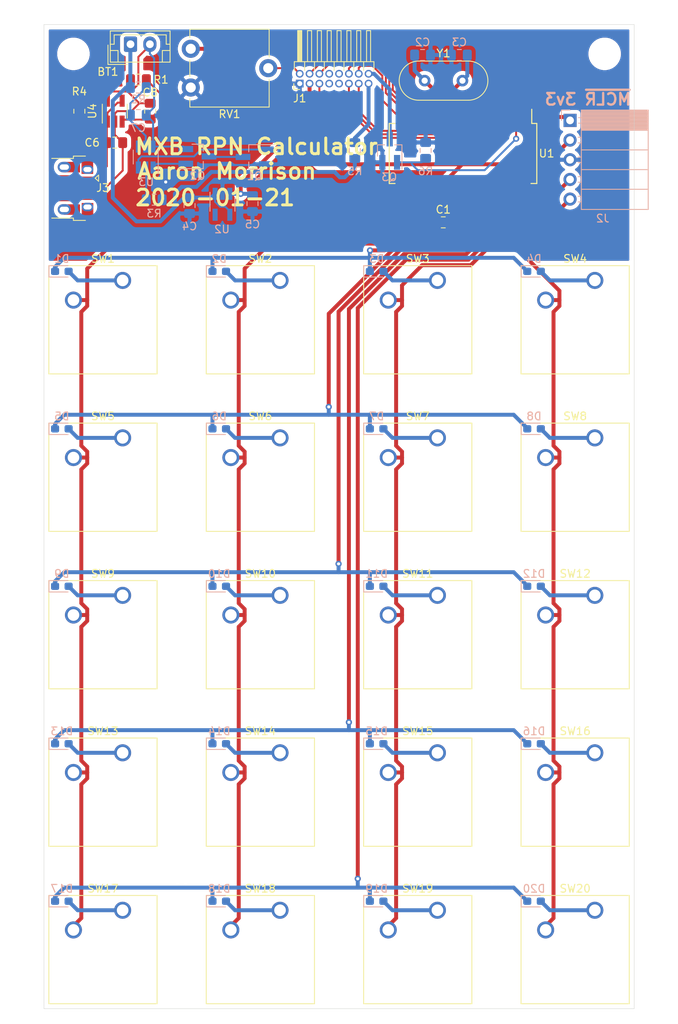
<source format=kicad_pcb>
(kicad_pcb (version 20171130) (host pcbnew 5.1.5)
  (layers (0 F.Cu signal) (31 B.Cu signal) (34 B.Paste user) (35 F.Paste user) (36 B.SilkS user) (37 F.SilkS user) (38 B.Mask user) (39 F.Mask user) (44 Edge.Cuts user))
  (net 0 "")
  (net 1 +3V3)
  (net 2 GND)
  (net 3 "Net-(D1-Pad2)")
  (net 4 "Net-(D2-Pad2)")
  (net 5 "Net-(D3-Pad2)")
  (net 6 "Net-(D4-Pad2)")
  (net 7 "Net-(D5-Pad2)")
  (net 8 "Net-(D6-Pad2)")
  (net 9 "Net-(D7-Pad2)")
  (net 10 "Net-(D8-Pad2)")
  (net 11 "Net-(D9-Pad2)")
  (net 12 "Net-(D10-Pad2)")
  (net 13 "Net-(D11-Pad2)")
  (net 14 "Net-(D12-Pad2)")
  (net 15 "Net-(D13-Pad2)")
  (net 16 "Net-(D14-Pad2)")
  (net 17 "Net-(D15-Pad2)")
  (net 18 "Net-(D16-Pad2)")
  (net 19 "Net-(D17-Pad2)")
  (net 20 "Net-(D18-Pad2)")
  (net 21 "Net-(D19-Pad2)")
  (net 22 "Net-(D20-Pad2)")
  (net 23 /LED-)
  (net 24 /LED+)
  (net 25 /DB7)
  (net 26 /DB6)
  (net 27 /DB5)
  (net 28 /DB4)
  (net 29 "Net-(J1-Pad10)")
  (net 30 "Net-(J1-Pad9)")
  (net 31 "Net-(J1-Pad8)")
  (net 32 "Net-(J1-Pad7)")
  (net 33 /E)
  (net 34 /RW)
  (net 35 /RS)
  (net 36 /Contrast)
  (net 37 "Net-(U1-Pad6)")
  (net 38 "Net-(U1-Pad3)")
  (net 39 /ROW0)
  (net 40 /ROW1)
  (net 41 /ROW2)
  (net 42 /ROW3)
  (net 43 /ROW4)
  (net 44 /ICSPCLK)
  (net 45 /ICSPDAT)
  (net 46 /~MCLR)
  (net 47 /COL0)
  (net 48 /COL1)
  (net 49 /COL2)
  (net 50 /COL3)
  (net 51 "Net-(U1-Pad15)")
  (net 52 /OSC2)
  (net 53 /OSC1)
  (net 54 "Net-(BT1-Pad2)")
  (net 55 +BATT)
  (net 56 "Net-(C6-Pad1)")
  (net 57 "Net-(C8-Pad1)")
  (net 58 "Net-(J3-Pad6)")
  (net 59 "Net-(J3-Pad2)")
  (net 60 "Net-(J3-Pad3)")
  (net 61 "Net-(J3-Pad4)")
  (net 62 "Net-(Q1-Pad3)")
  (net 63 "Net-(Q1-Pad1)")
  (net 64 "Net-(Q2-Pad1)")
  (net 65 "Net-(R3-Pad2)")
  (net 66 "Net-(R4-Pad1)")
  (net 67 "Net-(U3-Pad4)")
  (net 68 "Net-(C7-Pad1)")
  (net 69 /BL_EN)
  (module Button_Switch_Keyboard:SW_Cherry_MX1A_1.00u_PCB (layer F.Cu) (at 157.48 147.32)
    (fp_text reference SW19 (at -2.54 -2.794) (layer F.SilkS))
    (fp_text value SW_Push)
    (pad 1 thru_hole circle (at 0 0) (size 2.2 2.2) (drill 1.5) (layers *.Cu *.Mask) (net 21 "Net-(D19-Pad2)"))
    (pad 2 thru_hole circle (at -6.35 2.54) (size 2.2 2.2) (drill 1.5) (layers *.Cu *.Mask) (net 49 /COL2))
    (pad "" np_thru_hole circle (at -2.54 5.08) (size 4 4) (drill 4) (layers *.Cu *.Mask))
    (pad "" np_thru_hole circle (at -7.62 5.08) (size 1.7 1.7) (drill 1.7) (layers *.Cu *.Mask))
    (pad "" np_thru_hole circle (at 2.54 5.08) (size 1.7 1.7) (drill 1.7) (layers *.Cu *.Mask))
  )
  (module Package_TO_SOT_SMD:SOT-23_Handsoldering (layer B.Cu) (at 151.318 49.3 90)
    (fp_text reference Q3 (at -3.405 -0.061 180) (layer B.SilkS) (effects (justify mirror)))
    (fp_text value Q_NMOS_GSD)
    (pad 1 smd rect (at -1.5 0.95 90) (size 1.9 0.8) (layers B.Cu B.Paste B.Mask) (net 69 /BL_EN))
    (pad 2 smd rect (at -1.5 -0.95 90) (size 1.9 0.8) (layers B.Cu B.Paste B.Mask) (net 2 GND))
    (pad 3 smd rect (at 1.5 0 90) (size 1.9 0.8) (layers B.Cu B.Paste B.Mask) (net 23 /LED-))
  )
  (module Resistor_SMD:R_0805_2012Metric_Pad1.15x1.40mm_HandSolder (layer B.Cu) (at 146.812 49.285 90)
    (fp_text reference R5 (at -2.658 0 180) (layer B.SilkS) (effects (justify mirror)))
    (fp_text value R_US)
    (pad 2 smd roundrect (at 1.025 0 90) (size 1.15 1.4) (layers B.Cu B.Paste B.Mask) (roundrect_rratio 0.217391) (net 24 /LED+))
    (pad 1 smd roundrect (at -1.025 0 90) (size 1.15 1.4) (layers B.Cu B.Paste B.Mask) (roundrect_rratio 0.217391) (net 55 +BATT))
  )
  (module Resistor_SMD:R_0805_2012Metric_Pad1.15x1.40mm_HandSolder (layer B.Cu) (at 155.956 49.267 90)
    (fp_text reference R6 (at -2.676 0 180) (layer B.SilkS) (effects (justify mirror)))
    (fp_text value R_US)
    (pad 1 smd roundrect (at -1.025 0 90) (size 1.15 1.4) (layers B.Cu B.Paste B.Mask) (roundrect_rratio 0.217391) (net 69 /BL_EN))
    (pad 2 smd roundrect (at 1.025 0 90) (size 1.15 1.4) (layers B.Cu B.Paste B.Mask) (roundrect_rratio 0.217391) (net 2 GND))
  )
  (module MountingHole:MountingHole_3.2mm_M3 (layer F.Cu) (at 110.49 36.8046)
    (fp_text reference REF** hide)
    (fp_text value MountingHole_3.2mm_M3)
    (pad 1 np_thru_hole circle (at 0 0) (size 3.2 3.2) (drill 3.2) (layers *.Cu *.Mask))
  )
  (module MountingHole:MountingHole_3.2mm_M3 (layer F.Cu) (at 179.07 36.8046)
    (fp_text reference REF** hide)
    (fp_text value MountingHole_3.2mm_M3)
    (pad 1 np_thru_hole circle (at 0 0) (size 3.2 3.2) (drill 3.2) (layers *.Cu *.Mask))
  )
  (module Crystal:Crystal_HC49-4H_Vertical (layer F.Cu) (at 155.829 40.259)
    (fp_text reference Y1 (at 2.44 -3.525) (layer F.SilkS))
    (fp_text value Crystal)
    (pad 2 thru_hole circle (at 4.88 0) (size 1.5 1.5) (drill 0.8) (layers *.Cu *.Mask) (net 53 /OSC1))
    (pad 1 thru_hole circle (at 0 0) (size 1.5 1.5) (drill 0.8) (layers *.Cu *.Mask) (net 52 /OSC2))
  )
  (module Connector_PinSocket_2.54mm:PinSocket_1x05_P2.54mm_Horizontal (layer B.Cu) (at 174.5996 45.3898 180)
    (fp_text reference J2 (at -4.2164 -12.6492) (layer B.SilkS) (effects (justify mirror)))
    (fp_text value Conn_01x05_Female)
    (pad 5 thru_hole oval (at 0 -10.16 180) (size 1.7 1.7) (drill 1) (layers *.Cu *.Mask) (net 44 /ICSPCLK))
    (pad 4 thru_hole oval (at 0 -7.62 180) (size 1.7 1.7) (drill 1) (layers *.Cu *.Mask) (net 45 /ICSPDAT))
    (pad 3 thru_hole oval (at 0 -5.08 180) (size 1.7 1.7) (drill 1) (layers *.Cu *.Mask) (net 2 GND))
    (pad 2 thru_hole oval (at 0 -2.54 180) (size 1.7 1.7) (drill 1) (layers *.Cu *.Mask) (net 1 +3V3))
    (pad 1 thru_hole rect (at 0 0 180) (size 1.7 1.7) (drill 1) (layers *.Cu *.Mask) (net 46 /~MCLR))
  )
  (module Capacitor_SMD:C_0805_2012Metric_Pad1.15x1.40mm_HandSolder (layer B.Cu) (at 160.310001 36.951999)
    (fp_text reference C3 (at 0 -1.645999) (layer B.SilkS) (effects (justify mirror)))
    (fp_text value C_Small)
    (pad 2 smd roundrect (at 1.025 0) (size 1.15 1.4) (layers B.Cu B.Paste B.Mask) (roundrect_rratio 0.217391) (net 53 /OSC1))
    (pad 1 smd roundrect (at -1.025 0) (size 1.15 1.4) (layers B.Cu B.Paste B.Mask) (roundrect_rratio 0.217391) (net 2 GND))
  )
  (module Capacitor_SMD:C_0805_2012Metric_Pad1.15x1.40mm_HandSolder (layer B.Cu) (at 155.560001 36.951999)
    (fp_text reference C2 (at 0 -1.645999) (layer B.SilkS) (effects (justify mirror)))
    (fp_text value C_Small)
    (pad 2 smd roundrect (at 1.025 0) (size 1.15 1.4) (layers B.Cu B.Paste B.Mask) (roundrect_rratio 0.217391) (net 2 GND))
    (pad 1 smd roundrect (at -1.025 0) (size 1.15 1.4) (layers B.Cu B.Paste B.Mask) (roundrect_rratio 0.217391) (net 52 /OSC2))
  )
  (module MountingHole:MountingHole_3.2mm_M3 (layer F.Cu) (at 165.1 81.2546)
    (fp_text reference REF** hide)
    (fp_text value MountingHole_3.2mm_M3)
    (pad 1 np_thru_hole circle (at 0 0) (size 3.2 3.2) (drill 3.2) (layers *.Cu *.Mask))
  )
  (module MountingHole:MountingHole_3.2mm_M3 (layer F.Cu) (at 124.46 81.2546)
    (fp_text reference REF** hide)
    (fp_text value MountingHole_3.2mm_M3)
    (pad 1 np_thru_hole circle (at 0 0) (size 3.2 3.2) (drill 3.2) (layers *.Cu *.Mask))
  )
  (module MountingHole:MountingHole_3.2mm_M3 (layer F.Cu) (at 124.46 142.2146)
    (fp_text reference REF** hide)
    (fp_text value MountingHole_3.2mm_M3)
    (pad 1 np_thru_hole circle (at 0 0) (size 3.2 3.2) (drill 3.2) (layers *.Cu *.Mask))
  )
  (module MountingHole:MountingHole_3.2mm_M3 (layer F.Cu) (at 165.1 142.2146)
    (fp_text reference REF** hide)
    (fp_text value MountingHole_3.2mm_M3)
    (pad 1 np_thru_hole circle (at 0 0) (size 3.2 3.2) (drill 3.2) (layers *.Cu *.Mask))
  )
  (module Package_SO:SOIC-28W_7.5x18.7mm_P1.27mm (layer F.Cu) (at 160.782 49.657 270)
    (fp_text reference U1 (at 0 -10.795 180) (layer F.SilkS))
    (fp_text value PIC18F25K40_ISS)
    (pad 28 smd rect (at 4.7 -8.255 270) (size 2 0.6) (layers F.Cu F.Paste F.Mask) (net 45 /ICSPDAT))
    (pad 27 smd rect (at 4.7 -6.985 270) (size 2 0.6) (layers F.Cu F.Paste F.Mask) (net 44 /ICSPCLK))
    (pad 26 smd rect (at 4.7 -5.715 270) (size 2 0.6) (layers F.Cu F.Paste F.Mask) (net 50 /COL3))
    (pad 25 smd rect (at 4.7 -4.445 270) (size 2 0.6) (layers F.Cu F.Paste F.Mask) (net 49 /COL2))
    (pad 24 smd rect (at 4.7 -3.175 270) (size 2 0.6) (layers F.Cu F.Paste F.Mask) (net 43 /ROW4))
    (pad 23 smd rect (at 4.7 -1.905 270) (size 2 0.6) (layers F.Cu F.Paste F.Mask) (net 42 /ROW3))
    (pad 22 smd rect (at 4.7 -0.635 270) (size 2 0.6) (layers F.Cu F.Paste F.Mask) (net 41 /ROW2))
    (pad 21 smd rect (at 4.7 0.635 270) (size 2 0.6) (layers F.Cu F.Paste F.Mask) (net 40 /ROW1))
    (pad 20 smd rect (at 4.7 1.905 270) (size 2 0.6) (layers F.Cu F.Paste F.Mask) (net 1 +3V3))
    (pad 19 smd rect (at 4.7 3.175 270) (size 2 0.6) (layers F.Cu F.Paste F.Mask) (net 2 GND))
    (pad 18 smd rect (at 4.7 4.445 270) (size 2 0.6) (layers F.Cu F.Paste F.Mask) (net 39 /ROW0))
    (pad 17 smd rect (at 4.7 5.715 270) (size 2 0.6) (layers F.Cu F.Paste F.Mask) (net 48 /COL1))
    (pad 16 smd rect (at 4.7 6.985 270) (size 2 0.6) (layers F.Cu F.Paste F.Mask) (net 47 /COL0))
    (pad 15 smd rect (at 4.7 8.255 270) (size 2 0.6) (layers F.Cu F.Paste F.Mask) (net 51 "Net-(U1-Pad15)"))
    (pad 14 smd rect (at -4.7 8.255 270) (size 2 0.6) (layers F.Cu F.Paste F.Mask) (net 25 /DB7))
    (pad 13 smd rect (at -4.7 6.985 270) (size 2 0.6) (layers F.Cu F.Paste F.Mask) (net 27 /DB5))
    (pad 12 smd rect (at -4.7 5.715 270) (size 2 0.6) (layers F.Cu F.Paste F.Mask) (net 33 /E))
    (pad 11 smd rect (at -4.7 4.445 270) (size 2 0.6) (layers F.Cu F.Paste F.Mask) (net 35 /RS))
    (pad 10 smd rect (at -4.7 3.175 270) (size 2 0.6) (layers F.Cu F.Paste F.Mask) (net 52 /OSC2))
    (pad 9 smd rect (at -4.7 1.905 270) (size 2 0.6) (layers F.Cu F.Paste F.Mask) (net 53 /OSC1))
    (pad 8 smd rect (at -4.7 0.635 270) (size 2 0.6) (layers F.Cu F.Paste F.Mask) (net 2 GND))
    (pad 7 smd rect (at -4.7 -0.635 270) (size 2 0.6) (layers F.Cu F.Paste F.Mask) (net 26 /DB6))
    (pad 6 smd rect (at -4.7 -1.905 270) (size 2 0.6) (layers F.Cu F.Paste F.Mask) (net 37 "Net-(U1-Pad6)"))
    (pad 5 smd rect (at -4.7 -3.175 270) (size 2 0.6) (layers F.Cu F.Paste F.Mask) (net 28 /DB4))
    (pad 4 smd rect (at -4.7 -4.445 270) (size 2 0.6) (layers F.Cu F.Paste F.Mask) (net 34 /RW))
    (pad 3 smd rect (at -4.7 -5.715 270) (size 2 0.6) (layers F.Cu F.Paste F.Mask) (net 38 "Net-(U1-Pad3)"))
    (pad 2 smd rect (at -4.7 -6.985 270) (size 2 0.6) (layers F.Cu F.Paste F.Mask) (net 69 /BL_EN))
    (pad 1 smd rect (at -4.7 -8.255 270) (size 2 0.6) (layers F.Cu F.Paste F.Mask) (net 46 /~MCLR))
  )
  (module Button_Switch_Keyboard:SW_Cherry_MX1A_1.00u_PCB (layer F.Cu) (at 177.8 147.32)
    (fp_text reference SW20 (at -2.54 -2.794) (layer F.SilkS))
    (fp_text value SW_Push)
    (pad "" np_thru_hole circle (at 2.54 5.08) (size 1.7 1.7) (drill 1.7) (layers *.Cu *.Mask))
    (pad "" np_thru_hole circle (at -7.62 5.08) (size 1.7 1.7) (drill 1.7) (layers *.Cu *.Mask))
    (pad "" np_thru_hole circle (at -2.54 5.08) (size 4 4) (drill 4) (layers *.Cu *.Mask))
    (pad 2 thru_hole circle (at -6.35 2.54) (size 2.2 2.2) (drill 1.5) (layers *.Cu *.Mask) (net 50 /COL3))
    (pad 1 thru_hole circle (at 0 0) (size 2.2 2.2) (drill 1.5) (layers *.Cu *.Mask) (net 22 "Net-(D20-Pad2)"))
  )
  (module Button_Switch_Keyboard:SW_Cherry_MX1A_1.00u_PCB (layer F.Cu) (at 137.16 147.32)
    (fp_text reference SW18 (at -2.54 -2.794) (layer F.SilkS))
    (fp_text value SW_Push)
    (pad "" np_thru_hole circle (at 2.54 5.08) (size 1.7 1.7) (drill 1.7) (layers *.Cu *.Mask))
    (pad "" np_thru_hole circle (at -7.62 5.08) (size 1.7 1.7) (drill 1.7) (layers *.Cu *.Mask))
    (pad "" np_thru_hole circle (at -2.54 5.08) (size 4 4) (drill 4) (layers *.Cu *.Mask))
    (pad 2 thru_hole circle (at -6.35 2.54) (size 2.2 2.2) (drill 1.5) (layers *.Cu *.Mask) (net 48 /COL1))
    (pad 1 thru_hole circle (at 0 0) (size 2.2 2.2) (drill 1.5) (layers *.Cu *.Mask) (net 20 "Net-(D18-Pad2)"))
  )
  (module Button_Switch_Keyboard:SW_Cherry_MX1A_1.00u_PCB (layer F.Cu) (at 116.84 147.32)
    (fp_text reference SW17 (at -2.54 -2.794) (layer F.SilkS))
    (fp_text value SW_Push)
    (pad "" np_thru_hole circle (at 2.54 5.08) (size 1.7 1.7) (drill 1.7) (layers *.Cu *.Mask))
    (pad "" np_thru_hole circle (at -7.62 5.08) (size 1.7 1.7) (drill 1.7) (layers *.Cu *.Mask))
    (pad "" np_thru_hole circle (at -2.54 5.08) (size 4 4) (drill 4) (layers *.Cu *.Mask))
    (pad 2 thru_hole circle (at -6.35 2.54) (size 2.2 2.2) (drill 1.5) (layers *.Cu *.Mask) (net 47 /COL0))
    (pad 1 thru_hole circle (at 0 0) (size 2.2 2.2) (drill 1.5) (layers *.Cu *.Mask) (net 19 "Net-(D17-Pad2)"))
  )
  (module Button_Switch_Keyboard:SW_Cherry_MX1A_1.00u_PCB (layer F.Cu) (at 177.8 127)
    (fp_text reference SW16 (at -2.54 -2.794) (layer F.SilkS))
    (fp_text value SW_Push)
    (pad "" np_thru_hole circle (at 2.54 5.08) (size 1.7 1.7) (drill 1.7) (layers *.Cu *.Mask))
    (pad "" np_thru_hole circle (at -7.62 5.08) (size 1.7 1.7) (drill 1.7) (layers *.Cu *.Mask))
    (pad "" np_thru_hole circle (at -2.54 5.08) (size 4 4) (drill 4) (layers *.Cu *.Mask))
    (pad 2 thru_hole circle (at -6.35 2.54) (size 2.2 2.2) (drill 1.5) (layers *.Cu *.Mask) (net 50 /COL3))
    (pad 1 thru_hole circle (at 0 0) (size 2.2 2.2) (drill 1.5) (layers *.Cu *.Mask) (net 18 "Net-(D16-Pad2)"))
  )
  (module Button_Switch_Keyboard:SW_Cherry_MX1A_1.00u_PCB (layer F.Cu) (at 157.48 127)
    (fp_text reference SW15 (at -2.54 -2.794) (layer F.SilkS))
    (fp_text value SW_Push)
    (pad "" np_thru_hole circle (at 2.54 5.08) (size 1.7 1.7) (drill 1.7) (layers *.Cu *.Mask))
    (pad "" np_thru_hole circle (at -7.62 5.08) (size 1.7 1.7) (drill 1.7) (layers *.Cu *.Mask))
    (pad "" np_thru_hole circle (at -2.54 5.08) (size 4 4) (drill 4) (layers *.Cu *.Mask))
    (pad 2 thru_hole circle (at -6.35 2.54) (size 2.2 2.2) (drill 1.5) (layers *.Cu *.Mask) (net 49 /COL2))
    (pad 1 thru_hole circle (at 0 0) (size 2.2 2.2) (drill 1.5) (layers *.Cu *.Mask) (net 17 "Net-(D15-Pad2)"))
  )
  (module Button_Switch_Keyboard:SW_Cherry_MX1A_1.00u_PCB (layer F.Cu) (at 137.16 127)
    (fp_text reference SW14 (at -2.54 -2.794) (layer F.SilkS))
    (fp_text value SW_Push)
    (pad "" np_thru_hole circle (at 2.54 5.08) (size 1.7 1.7) (drill 1.7) (layers *.Cu *.Mask))
    (pad "" np_thru_hole circle (at -7.62 5.08) (size 1.7 1.7) (drill 1.7) (layers *.Cu *.Mask))
    (pad "" np_thru_hole circle (at -2.54 5.08) (size 4 4) (drill 4) (layers *.Cu *.Mask))
    (pad 2 thru_hole circle (at -6.35 2.54) (size 2.2 2.2) (drill 1.5) (layers *.Cu *.Mask) (net 48 /COL1))
    (pad 1 thru_hole circle (at 0 0) (size 2.2 2.2) (drill 1.5) (layers *.Cu *.Mask) (net 16 "Net-(D14-Pad2)"))
  )
  (module Button_Switch_Keyboard:SW_Cherry_MX1A_1.00u_PCB (layer F.Cu) (at 116.84 127)
    (fp_text reference SW13 (at -2.54 -2.794) (layer F.SilkS))
    (fp_text value SW_Push)
    (pad "" np_thru_hole circle (at 2.54 5.08) (size 1.7 1.7) (drill 1.7) (layers *.Cu *.Mask))
    (pad "" np_thru_hole circle (at -7.62 5.08) (size 1.7 1.7) (drill 1.7) (layers *.Cu *.Mask))
    (pad "" np_thru_hole circle (at -2.54 5.08) (size 4 4) (drill 4) (layers *.Cu *.Mask))
    (pad 2 thru_hole circle (at -6.35 2.54) (size 2.2 2.2) (drill 1.5) (layers *.Cu *.Mask) (net 47 /COL0))
    (pad 1 thru_hole circle (at 0 0) (size 2.2 2.2) (drill 1.5) (layers *.Cu *.Mask) (net 15 "Net-(D13-Pad2)"))
  )
  (module Button_Switch_Keyboard:SW_Cherry_MX1A_1.00u_PCB (layer F.Cu) (at 177.8 106.68)
    (fp_text reference SW12 (at -2.54 -2.794) (layer F.SilkS))
    (fp_text value SW_Push)
    (pad "" np_thru_hole circle (at 2.54 5.08) (size 1.7 1.7) (drill 1.7) (layers *.Cu *.Mask))
    (pad "" np_thru_hole circle (at -7.62 5.08) (size 1.7 1.7) (drill 1.7) (layers *.Cu *.Mask))
    (pad "" np_thru_hole circle (at -2.54 5.08) (size 4 4) (drill 4) (layers *.Cu *.Mask))
    (pad 2 thru_hole circle (at -6.35 2.54) (size 2.2 2.2) (drill 1.5) (layers *.Cu *.Mask) (net 50 /COL3))
    (pad 1 thru_hole circle (at 0 0) (size 2.2 2.2) (drill 1.5) (layers *.Cu *.Mask) (net 14 "Net-(D12-Pad2)"))
  )
  (module Button_Switch_Keyboard:SW_Cherry_MX1A_1.00u_PCB (layer F.Cu) (at 157.48 106.68)
    (fp_text reference SW11 (at -2.54 -2.794) (layer F.SilkS))
    (fp_text value SW_Push)
    (pad "" np_thru_hole circle (at 2.54 5.08) (size 1.7 1.7) (drill 1.7) (layers *.Cu *.Mask))
    (pad "" np_thru_hole circle (at -7.62 5.08) (size 1.7 1.7) (drill 1.7) (layers *.Cu *.Mask))
    (pad "" np_thru_hole circle (at -2.54 5.08) (size 4 4) (drill 4) (layers *.Cu *.Mask))
    (pad 2 thru_hole circle (at -6.35 2.54) (size 2.2 2.2) (drill 1.5) (layers *.Cu *.Mask) (net 49 /COL2))
    (pad 1 thru_hole circle (at 0 0) (size 2.2 2.2) (drill 1.5) (layers *.Cu *.Mask) (net 13 "Net-(D11-Pad2)"))
  )
  (module Button_Switch_Keyboard:SW_Cherry_MX1A_1.00u_PCB (layer F.Cu) (at 137.16 106.68)
    (fp_text reference SW10 (at -2.54 -2.794) (layer F.SilkS))
    (fp_text value SW_Push)
    (pad "" np_thru_hole circle (at 2.54 5.08) (size 1.7 1.7) (drill 1.7) (layers *.Cu *.Mask))
    (pad "" np_thru_hole circle (at -7.62 5.08) (size 1.7 1.7) (drill 1.7) (layers *.Cu *.Mask))
    (pad "" np_thru_hole circle (at -2.54 5.08) (size 4 4) (drill 4) (layers *.Cu *.Mask))
    (pad 2 thru_hole circle (at -6.35 2.54) (size 2.2 2.2) (drill 1.5) (layers *.Cu *.Mask) (net 48 /COL1))
    (pad 1 thru_hole circle (at 0 0) (size 2.2 2.2) (drill 1.5) (layers *.Cu *.Mask) (net 12 "Net-(D10-Pad2)"))
  )
  (module Button_Switch_Keyboard:SW_Cherry_MX1A_1.00u_PCB (layer F.Cu) (at 116.84 106.68)
    (fp_text reference SW9 (at -2.54 -2.794) (layer F.SilkS))
    (fp_text value SW_Push)
    (pad "" np_thru_hole circle (at 2.54 5.08) (size 1.7 1.7) (drill 1.7) (layers *.Cu *.Mask))
    (pad "" np_thru_hole circle (at -7.62 5.08) (size 1.7 1.7) (drill 1.7) (layers *.Cu *.Mask))
    (pad "" np_thru_hole circle (at -2.54 5.08) (size 4 4) (drill 4) (layers *.Cu *.Mask))
    (pad 2 thru_hole circle (at -6.35 2.54) (size 2.2 2.2) (drill 1.5) (layers *.Cu *.Mask) (net 47 /COL0))
    (pad 1 thru_hole circle (at 0 0) (size 2.2 2.2) (drill 1.5) (layers *.Cu *.Mask) (net 11 "Net-(D9-Pad2)"))
  )
  (module Button_Switch_Keyboard:SW_Cherry_MX1A_1.00u_PCB (layer F.Cu) (at 177.8 86.36)
    (fp_text reference SW8 (at -2.54 -2.794) (layer F.SilkS))
    (fp_text value SW_Push)
    (pad "" np_thru_hole circle (at 2.54 5.08) (size 1.7 1.7) (drill 1.7) (layers *.Cu *.Mask))
    (pad "" np_thru_hole circle (at -7.62 5.08) (size 1.7 1.7) (drill 1.7) (layers *.Cu *.Mask))
    (pad "" np_thru_hole circle (at -2.54 5.08) (size 4 4) (drill 4) (layers *.Cu *.Mask))
    (pad 2 thru_hole circle (at -6.35 2.54) (size 2.2 2.2) (drill 1.5) (layers *.Cu *.Mask) (net 50 /COL3))
    (pad 1 thru_hole circle (at 0 0) (size 2.2 2.2) (drill 1.5) (layers *.Cu *.Mask) (net 10 "Net-(D8-Pad2)"))
  )
  (module Button_Switch_Keyboard:SW_Cherry_MX1A_1.00u_PCB (layer F.Cu) (at 157.48 86.36)
    (fp_text reference SW7 (at -2.54 -2.794) (layer F.SilkS))
    (fp_text value SW_Push)
    (pad "" np_thru_hole circle (at 2.54 5.08) (size 1.7 1.7) (drill 1.7) (layers *.Cu *.Mask))
    (pad "" np_thru_hole circle (at -7.62 5.08) (size 1.7 1.7) (drill 1.7) (layers *.Cu *.Mask))
    (pad "" np_thru_hole circle (at -2.54 5.08) (size 4 4) (drill 4) (layers *.Cu *.Mask))
    (pad 2 thru_hole circle (at -6.35 2.54) (size 2.2 2.2) (drill 1.5) (layers *.Cu *.Mask) (net 49 /COL2))
    (pad 1 thru_hole circle (at 0 0) (size 2.2 2.2) (drill 1.5) (layers *.Cu *.Mask) (net 9 "Net-(D7-Pad2)"))
  )
  (module Button_Switch_Keyboard:SW_Cherry_MX1A_1.00u_PCB (layer F.Cu) (at 137.16 86.36)
    (fp_text reference SW6 (at -2.54 -2.794) (layer F.SilkS))
    (fp_text value SW_Push)
    (pad "" np_thru_hole circle (at 2.54 5.08) (size 1.7 1.7) (drill 1.7) (layers *.Cu *.Mask))
    (pad "" np_thru_hole circle (at -7.62 5.08) (size 1.7 1.7) (drill 1.7) (layers *.Cu *.Mask))
    (pad "" np_thru_hole circle (at -2.54 5.08) (size 4 4) (drill 4) (layers *.Cu *.Mask))
    (pad 2 thru_hole circle (at -6.35 2.54) (size 2.2 2.2) (drill 1.5) (layers *.Cu *.Mask) (net 48 /COL1))
    (pad 1 thru_hole circle (at 0 0) (size 2.2 2.2) (drill 1.5) (layers *.Cu *.Mask) (net 8 "Net-(D6-Pad2)"))
  )
  (module Button_Switch_Keyboard:SW_Cherry_MX1A_1.00u_PCB (layer F.Cu) (at 116.84 86.36)
    (fp_text reference SW5 (at -2.54 -2.794) (layer F.SilkS))
    (fp_text value SW_Push)
    (pad "" np_thru_hole circle (at 2.54 5.08) (size 1.7 1.7) (drill 1.7) (layers *.Cu *.Mask))
    (pad "" np_thru_hole circle (at -7.62 5.08) (size 1.7 1.7) (drill 1.7) (layers *.Cu *.Mask))
    (pad "" np_thru_hole circle (at -2.54 5.08) (size 4 4) (drill 4) (layers *.Cu *.Mask))
    (pad 2 thru_hole circle (at -6.35 2.54) (size 2.2 2.2) (drill 1.5) (layers *.Cu *.Mask) (net 47 /COL0))
    (pad 1 thru_hole circle (at 0 0) (size 2.2 2.2) (drill 1.5) (layers *.Cu *.Mask) (net 7 "Net-(D5-Pad2)"))
  )
  (module Button_Switch_Keyboard:SW_Cherry_MX1A_1.00u_PCB (layer F.Cu) (at 177.8 66.04)
    (fp_text reference SW4 (at -2.54 -2.794) (layer F.SilkS))
    (fp_text value SW_Push)
    (pad "" np_thru_hole circle (at 2.54 5.08) (size 1.7 1.7) (drill 1.7) (layers *.Cu *.Mask))
    (pad "" np_thru_hole circle (at -7.62 5.08) (size 1.7 1.7) (drill 1.7) (layers *.Cu *.Mask))
    (pad "" np_thru_hole circle (at -2.54 5.08) (size 4 4) (drill 4) (layers *.Cu *.Mask))
    (pad 2 thru_hole circle (at -6.35 2.54) (size 2.2 2.2) (drill 1.5) (layers *.Cu *.Mask) (net 50 /COL3))
    (pad 1 thru_hole circle (at 0 0) (size 2.2 2.2) (drill 1.5) (layers *.Cu *.Mask) (net 6 "Net-(D4-Pad2)"))
  )
  (module Button_Switch_Keyboard:SW_Cherry_MX1A_1.00u_PCB (layer F.Cu) (at 157.48 66.04)
    (fp_text reference SW3 (at -2.54 -2.794) (layer F.SilkS))
    (fp_text value SW_Push)
    (pad "" np_thru_hole circle (at 2.54 5.08) (size 1.7 1.7) (drill 1.7) (layers *.Cu *.Mask))
    (pad "" np_thru_hole circle (at -7.62 5.08) (size 1.7 1.7) (drill 1.7) (layers *.Cu *.Mask))
    (pad "" np_thru_hole circle (at -2.54 5.08) (size 4 4) (drill 4) (layers *.Cu *.Mask))
    (pad 2 thru_hole circle (at -6.35 2.54) (size 2.2 2.2) (drill 1.5) (layers *.Cu *.Mask) (net 49 /COL2))
    (pad 1 thru_hole circle (at 0 0) (size 2.2 2.2) (drill 1.5) (layers *.Cu *.Mask) (net 5 "Net-(D3-Pad2)"))
  )
  (module Button_Switch_Keyboard:SW_Cherry_MX1A_1.00u_PCB (layer F.Cu) (at 137.16 66.04)
    (fp_text reference SW2 (at -2.54 -2.794) (layer F.SilkS))
    (fp_text value SW_Push)
    (pad "" np_thru_hole circle (at 2.54 5.08) (size 1.7 1.7) (drill 1.7) (layers *.Cu *.Mask))
    (pad "" np_thru_hole circle (at -7.62 5.08) (size 1.7 1.7) (drill 1.7) (layers *.Cu *.Mask))
    (pad "" np_thru_hole circle (at -2.54 5.08) (size 4 4) (drill 4) (layers *.Cu *.Mask))
    (pad 2 thru_hole circle (at -6.35 2.54) (size 2.2 2.2) (drill 1.5) (layers *.Cu *.Mask) (net 48 /COL1))
    (pad 1 thru_hole circle (at 0 0) (size 2.2 2.2) (drill 1.5) (layers *.Cu *.Mask) (net 4 "Net-(D2-Pad2)"))
  )
  (module Button_Switch_Keyboard:SW_Cherry_MX1A_1.00u_PCB (layer F.Cu) (at 116.84 66.04)
    (fp_text reference SW1 (at -2.54 -2.794) (layer F.SilkS))
    (fp_text value SW_Push)
    (pad "" np_thru_hole circle (at 2.54 5.08) (size 1.7 1.7) (drill 1.7) (layers *.Cu *.Mask))
    (pad "" np_thru_hole circle (at -7.62 5.08) (size 1.7 1.7) (drill 1.7) (layers *.Cu *.Mask))
    (pad "" np_thru_hole circle (at -2.54 5.08) (size 4 4) (drill 4) (layers *.Cu *.Mask))
    (pad 2 thru_hole circle (at -6.35 2.54) (size 2.2 2.2) (drill 1.5) (layers *.Cu *.Mask) (net 47 /COL0))
    (pad 1 thru_hole circle (at 0 0) (size 2.2 2.2) (drill 1.5) (layers *.Cu *.Mask) (net 3 "Net-(D1-Pad2)"))
  )
  (module Potentiometer_THT:Potentiometer_ACP_CA9-V10_Vertical (layer F.Cu) (at 125.636 41.148)
    (fp_text reference RV1 (at 5 3.429) (layer F.SilkS))
    (fp_text value R_POT_US)
    (pad 1 thru_hole circle (at 0 0) (size 2.34 2.34) (drill 1.3) (layers *.Cu *.Mask) (net 2 GND))
    (pad 2 thru_hole circle (at 10 -2.5) (size 2.34 2.34) (drill 1.3) (layers *.Cu *.Mask) (net 36 /Contrast))
    (pad 3 thru_hole circle (at 0 -5) (size 2.34 2.34) (drill 1.3) (layers *.Cu *.Mask) (net 1 +3V3))
  )
  (module Connector_PinHeader_1.27mm:PinHeader_2x08_P1.27mm_Horizontal (layer F.Cu) (at 139.7 40.64 90)
    (fp_text reference J1 (at -1.905 0 180) (layer F.SilkS))
    (fp_text value Conn_01x16_Female)
    (pad 16 thru_hole oval (at 1.27 8.89 90) (size 1 1) (drill 0.65) (layers *.Cu *.Mask) (net 23 /LED-))
    (pad 15 thru_hole oval (at 0 8.89 90) (size 1 1) (drill 0.65) (layers *.Cu *.Mask) (net 24 /LED+))
    (pad 14 thru_hole oval (at 1.27 7.62 90) (size 1 1) (drill 0.65) (layers *.Cu *.Mask) (net 25 /DB7))
    (pad 13 thru_hole oval (at 0 7.62 90) (size 1 1) (drill 0.65) (layers *.Cu *.Mask) (net 26 /DB6))
    (pad 12 thru_hole oval (at 1.27 6.35 90) (size 1 1) (drill 0.65) (layers *.Cu *.Mask) (net 27 /DB5))
    (pad 11 thru_hole oval (at 0 6.35 90) (size 1 1) (drill 0.65) (layers *.Cu *.Mask) (net 28 /DB4))
    (pad 10 thru_hole oval (at 1.27 5.08 90) (size 1 1) (drill 0.65) (layers *.Cu *.Mask) (net 29 "Net-(J1-Pad10)"))
    (pad 9 thru_hole oval (at 0 5.08 90) (size 1 1) (drill 0.65) (layers *.Cu *.Mask) (net 30 "Net-(J1-Pad9)"))
    (pad 8 thru_hole oval (at 1.27 3.81 90) (size 1 1) (drill 0.65) (layers *.Cu *.Mask) (net 31 "Net-(J1-Pad8)"))
    (pad 7 thru_hole oval (at 0 3.81 90) (size 1 1) (drill 0.65) (layers *.Cu *.Mask) (net 32 "Net-(J1-Pad7)"))
    (pad 6 thru_hole oval (at 1.27 2.54 90) (size 1 1) (drill 0.65) (layers *.Cu *.Mask) (net 33 /E))
    (pad 5 thru_hole oval (at 0 2.54 90) (size 1 1) (drill 0.65) (layers *.Cu *.Mask) (net 34 /RW))
    (pad 4 thru_hole oval (at 1.27 1.27 90) (size 1 1) (drill 0.65) (layers *.Cu *.Mask) (net 35 /RS))
    (pad 3 thru_hole oval (at 0 1.27 90) (size 1 1) (drill 0.65) (layers *.Cu *.Mask) (net 1 +3V3))
    (pad 2 thru_hole oval (at 1.27 0 90) (size 1 1) (drill 0.65) (layers *.Cu *.Mask) (net 36 /Contrast))
    (pad 1 thru_hole rect (at 0 0 90) (size 1 1) (drill 0.65) (layers *.Cu *.Mask) (net 2 GND))
  )
  (module Diode_SMD:D_0603_1608Metric_Pad1.05x0.95mm_HandSolder (layer B.Cu) (at 169.9514 146.1516)
    (fp_text reference D20 (at 0 -1.618) (layer B.SilkS) (effects (justify mirror)))
    (fp_text value D_Small)
    (pad 2 smd roundrect (at 0.875 0) (size 1.05 0.95) (layers B.Cu B.Paste B.Mask) (net 22 "Net-(D20-Pad2)"))
    (pad 1 smd roundrect (at -0.875 0) (size 1.05 0.95) (layers B.Cu B.Paste B.Mask) (net 43 /ROW4))
  )
  (module Diode_SMD:D_0603_1608Metric_Pad1.05x0.95mm_HandSolder (layer B.Cu) (at 149.6314 146.1516)
    (fp_text reference D19 (at 0 -1.618) (layer B.SilkS) (effects (justify mirror)))
    (fp_text value D_Small)
    (pad 2 smd roundrect (at 0.875 0) (size 1.05 0.95) (layers B.Cu B.Paste B.Mask) (net 21 "Net-(D19-Pad2)"))
    (pad 1 smd roundrect (at -0.875 0) (size 1.05 0.95) (layers B.Cu B.Paste B.Mask) (net 43 /ROW4))
  )
  (module Diode_SMD:D_0603_1608Metric_Pad1.05x0.95mm_HandSolder (layer B.Cu) (at 129.3114 146.1516)
    (fp_text reference D18 (at 0 -1.618) (layer B.SilkS) (effects (justify mirror)))
    (fp_text value D_Small)
    (pad 2 smd roundrect (at 0.875 0) (size 1.05 0.95) (layers B.Cu B.Paste B.Mask) (net 20 "Net-(D18-Pad2)"))
    (pad 1 smd roundrect (at -0.875 0) (size 1.05 0.95) (layers B.Cu B.Paste B.Mask) (net 43 /ROW4))
  )
  (module Diode_SMD:D_0603_1608Metric_Pad1.05x0.95mm_HandSolder (layer B.Cu) (at 108.9914 146.1516)
    (fp_text reference D17 (at 0 -1.618) (layer B.SilkS) (effects (justify mirror)))
    (fp_text value D_Small)
    (pad 2 smd roundrect (at 0.875 0) (size 1.05 0.95) (layers B.Cu B.Paste B.Mask) (net 19 "Net-(D17-Pad2)"))
    (pad 1 smd roundrect (at -0.875 0) (size 1.05 0.95) (layers B.Cu B.Paste B.Mask) (net 43 /ROW4))
  )
  (module Diode_SMD:D_0603_1608Metric_Pad1.05x0.95mm_HandSolder (layer B.Cu) (at 169.9514 125.8316)
    (fp_text reference D16 (at 0 -1.618) (layer B.SilkS) (effects (justify mirror)))
    (fp_text value D_Small)
    (pad 2 smd roundrect (at 0.875 0) (size 1.05 0.95) (layers B.Cu B.Paste B.Mask) (net 18 "Net-(D16-Pad2)"))
    (pad 1 smd roundrect (at -0.875 0) (size 1.05 0.95) (layers B.Cu B.Paste B.Mask) (net 42 /ROW3))
  )
  (module Diode_SMD:D_0603_1608Metric_Pad1.05x0.95mm_HandSolder (layer B.Cu) (at 149.6314 125.8316)
    (fp_text reference D15 (at 0 -1.618) (layer B.SilkS) (effects (justify mirror)))
    (fp_text value D_Small)
    (pad 2 smd roundrect (at 0.875 0) (size 1.05 0.95) (layers B.Cu B.Paste B.Mask) (net 17 "Net-(D15-Pad2)"))
    (pad 1 smd roundrect (at -0.875 0) (size 1.05 0.95) (layers B.Cu B.Paste B.Mask) (net 42 /ROW3))
  )
  (module Diode_SMD:D_0603_1608Metric_Pad1.05x0.95mm_HandSolder (layer B.Cu) (at 129.3114 125.8316)
    (fp_text reference D14 (at 0 -1.618) (layer B.SilkS) (effects (justify mirror)))
    (fp_text value D_Small)
    (pad 2 smd roundrect (at 0.875 0) (size 1.05 0.95) (layers B.Cu B.Paste B.Mask) (net 16 "Net-(D14-Pad2)"))
    (pad 1 smd roundrect (at -0.875 0) (size 1.05 0.95) (layers B.Cu B.Paste B.Mask) (net 42 /ROW3))
  )
  (module Diode_SMD:D_0603_1608Metric_Pad1.05x0.95mm_HandSolder (layer B.Cu) (at 108.9914 125.8316)
    (fp_text reference D13 (at 0 -1.618) (layer B.SilkS) (effects (justify mirror)))
    (fp_text value D_Small)
    (pad 2 smd roundrect (at 0.875 0) (size 1.05 0.95) (layers B.Cu B.Paste B.Mask) (net 15 "Net-(D13-Pad2)"))
    (pad 1 smd roundrect (at -0.875 0) (size 1.05 0.95) (layers B.Cu B.Paste B.Mask) (net 42 /ROW3))
  )
  (module Diode_SMD:D_0603_1608Metric_Pad1.05x0.95mm_HandSolder (layer B.Cu) (at 169.9514 105.5116)
    (fp_text reference D12 (at 0 -1.618) (layer B.SilkS) (effects (justify mirror)))
    (fp_text value D_Small)
    (pad 2 smd roundrect (at 0.875 0) (size 1.05 0.95) (layers B.Cu B.Paste B.Mask) (net 14 "Net-(D12-Pad2)"))
    (pad 1 smd roundrect (at -0.875 0) (size 1.05 0.95) (layers B.Cu B.Paste B.Mask) (net 41 /ROW2))
  )
  (module Diode_SMD:D_0603_1608Metric_Pad1.05x0.95mm_HandSolder (layer B.Cu) (at 149.6314 105.5116)
    (fp_text reference D11 (at 0 -1.618) (layer B.SilkS) (effects (justify mirror)))
    (fp_text value D_Small)
    (pad 2 smd roundrect (at 0.875 0) (size 1.05 0.95) (layers B.Cu B.Paste B.Mask) (net 13 "Net-(D11-Pad2)"))
    (pad 1 smd roundrect (at -0.875 0) (size 1.05 0.95) (layers B.Cu B.Paste B.Mask) (net 41 /ROW2))
  )
  (module Diode_SMD:D_0603_1608Metric_Pad1.05x0.95mm_HandSolder (layer B.Cu) (at 129.3114 105.5116)
    (fp_text reference D10 (at 0 -1.618) (layer B.SilkS) (effects (justify mirror)))
    (fp_text value D_Small)
    (pad 2 smd roundrect (at 0.875 0) (size 1.05 0.95) (layers B.Cu B.Paste B.Mask) (net 12 "Net-(D10-Pad2)"))
    (pad 1 smd roundrect (at -0.875 0) (size 1.05 0.95) (layers B.Cu B.Paste B.Mask) (net 41 /ROW2))
  )
  (module Diode_SMD:D_0603_1608Metric_Pad1.05x0.95mm_HandSolder (layer B.Cu) (at 108.9914 105.5116)
    (fp_text reference D9 (at 0 -1.618) (layer B.SilkS) (effects (justify mirror)))
    (fp_text value D_Small)
    (pad 2 smd roundrect (at 0.875 0) (size 1.05 0.95) (layers B.Cu B.Paste B.Mask) (net 11 "Net-(D9-Pad2)"))
    (pad 1 smd roundrect (at -0.875 0) (size 1.05 0.95) (layers B.Cu B.Paste B.Mask) (net 41 /ROW2))
  )
  (module Diode_SMD:D_0603_1608Metric_Pad1.05x0.95mm_HandSolder (layer B.Cu) (at 169.9514 85.1916)
    (fp_text reference D8 (at 0 -1.618) (layer B.SilkS) (effects (justify mirror)))
    (fp_text value D_Small)
    (pad 2 smd roundrect (at 0.875 0) (size 1.05 0.95) (layers B.Cu B.Paste B.Mask) (net 10 "Net-(D8-Pad2)"))
    (pad 1 smd roundrect (at -0.875 0) (size 1.05 0.95) (layers B.Cu B.Paste B.Mask) (net 40 /ROW1))
  )
  (module Diode_SMD:D_0603_1608Metric_Pad1.05x0.95mm_HandSolder (layer B.Cu) (at 149.6314 85.1916)
    (fp_text reference D7 (at 0 -1.618) (layer B.SilkS) (effects (justify mirror)))
    (fp_text value D_Small)
    (pad 2 smd roundrect (at 0.875 0) (size 1.05 0.95) (layers B.Cu B.Paste B.Mask) (net 9 "Net-(D7-Pad2)"))
    (pad 1 smd roundrect (at -0.875 0) (size 1.05 0.95) (layers B.Cu B.Paste B.Mask) (net 40 /ROW1))
  )
  (module Diode_SMD:D_0603_1608Metric_Pad1.05x0.95mm_HandSolder (layer B.Cu) (at 129.3114 85.1916)
    (fp_text reference D6 (at 0 -1.618) (layer B.SilkS) (effects (justify mirror)))
    (fp_text value D_Small)
    (pad 2 smd roundrect (at 0.875 0) (size 1.05 0.95) (layers B.Cu B.Paste B.Mask) (net 8 "Net-(D6-Pad2)"))
    (pad 1 smd roundrect (at -0.875 0) (size 1.05 0.95) (layers B.Cu B.Paste B.Mask) (net 40 /ROW1))
  )
  (module Diode_SMD:D_0603_1608Metric_Pad1.05x0.95mm_HandSolder (layer B.Cu) (at 108.9914 85.1916)
    (fp_text reference D5 (at 0 -1.618) (layer B.SilkS) (effects (justify mirror)))
    (fp_text value D_Small)
    (pad 2 smd roundrect (at 0.875 0) (size 1.05 0.95) (layers B.Cu B.Paste B.Mask) (net 7 "Net-(D5-Pad2)"))
    (pad 1 smd roundrect (at -0.875 0) (size 1.05 0.95) (layers B.Cu B.Paste B.Mask) (net 40 /ROW1))
  )
  (module Diode_SMD:D_0603_1608Metric_Pad1.05x0.95mm_HandSolder (layer B.Cu) (at 169.9514 64.8716)
    (fp_text reference D4 (at 0 -1.618) (layer B.SilkS) (effects (justify mirror)))
    (fp_text value D_Small)
    (pad 2 smd roundrect (at 0.875 0) (size 1.05 0.95) (layers B.Cu B.Paste B.Mask) (net 6 "Net-(D4-Pad2)"))
    (pad 1 smd roundrect (at -0.875 0) (size 1.05 0.95) (layers B.Cu B.Paste B.Mask) (net 39 /ROW0))
  )
  (module Diode_SMD:D_0603_1608Metric_Pad1.05x0.95mm_HandSolder (layer B.Cu) (at 149.6314 64.8716)
    (fp_text reference D3 (at 0 -1.618) (layer B.SilkS) (effects (justify mirror)))
    (fp_text value D_Small)
    (pad 2 smd roundrect (at 0.875 0) (size 1.05 0.95) (layers B.Cu B.Paste B.Mask) (net 5 "Net-(D3-Pad2)"))
    (pad 1 smd roundrect (at -0.875 0) (size 1.05 0.95) (layers B.Cu B.Paste B.Mask) (net 39 /ROW0))
  )
  (module Diode_SMD:D_0603_1608Metric_Pad1.05x0.95mm_HandSolder (layer B.Cu) (at 129.3114 64.8716)
    (fp_text reference D2 (at 0 -1.618) (layer B.SilkS) (effects (justify mirror)))
    (fp_text value D_Small)
    (pad 2 smd roundrect (at 0.875 0) (size 1.05 0.95) (layers B.Cu B.Paste B.Mask) (net 4 "Net-(D2-Pad2)"))
    (pad 1 smd roundrect (at -0.875 0) (size 1.05 0.95) (layers B.Cu B.Paste B.Mask) (net 39 /ROW0))
  )
  (module Diode_SMD:D_0603_1608Metric_Pad1.05x0.95mm_HandSolder (layer B.Cu) (at 108.9914 64.8716)
    (fp_text reference D1 (at 0 -1.618) (layer B.SilkS) (effects (justify mirror)))
    (fp_text value D_Small)
    (pad 2 smd roundrect (at 0.875 0) (size 1.05 0.95) (layers B.Cu B.Paste B.Mask) (net 3 "Net-(D1-Pad2)"))
    (pad 1 smd roundrect (at -0.875 0) (size 1.05 0.95) (layers B.Cu B.Paste B.Mask) (net 39 /ROW0))
  )
  (module Capacitor_SMD:C_0805_2012Metric_Pad1.15x1.40mm_HandSolder (layer F.Cu) (at 158.233 58.547)
    (fp_text reference C1 (at 0 -1.65) (layer F.SilkS))
    (fp_text value 0.1uF)
    (pad 2 smd roundrect (at 1.025 0) (size 1.15 1.4) (layers F.Cu F.Paste F.Mask) (roundrect_rratio 0.217391) (net 1 +3V3))
    (pad 1 smd roundrect (at -1.025 0) (size 1.15 1.4) (layers F.Cu F.Paste F.Mask) (roundrect_rratio 0.217391) (net 2 GND))
  )
  (module Connector_JST:JST_EH_B02B-EH-A_1x02_P2.50mm_Vertical (layer F.Cu) (at 117.856 35.56)
    (fp_text reference BT1 (at -2.921 3.556) (layer F.SilkS))
    (fp_text value Battery)
    (pad 1 thru_hole roundrect (at 0 0) (size 1.7 2) (drill 1) (layers *.Cu *.Mask) (roundrect_rratio 0.147059) (net 55 +BATT))
    (pad 2 thru_hole oval (at 2.5 0) (size 1.7 2) (drill 1) (layers *.Cu *.Mask) (net 54 "Net-(BT1-Pad2)"))
  )
  (module Capacitor_SMD:C_0805_2012Metric_Pad1.15x1.40mm_HandSolder (layer B.Cu) (at 125.476 56.379 270)
    (fp_text reference C4 (at 2.676 0) (layer B.SilkS) (effects (justify mirror)))
    (fp_text value C_Small)
    (pad 1 smd roundrect (at -1.025 0 270) (size 1.15 1.4) (layers B.Cu B.Paste B.Mask) (roundrect_rratio 0.217391) (net 55 +BATT))
    (pad 2 smd roundrect (at 1.025 0 270) (size 1.15 1.4) (layers B.Cu B.Paste B.Mask) (roundrect_rratio 0.217391) (net 2 GND))
  )
  (module Capacitor_SMD:C_0805_2012Metric_Pad1.15x1.40mm_HandSolder (layer B.Cu) (at 133.604 56.125 270)
    (fp_text reference C5 (at 2.676 0 180) (layer B.SilkS) (effects (justify mirror)))
    (fp_text value C_Small)
    (pad 2 smd roundrect (at 1.025 0 270) (size 1.15 1.4) (layers B.Cu B.Paste B.Mask) (roundrect_rratio 0.217391) (net 2 GND))
    (pad 1 smd roundrect (at -1.025 0 270) (size 1.15 1.4) (layers B.Cu B.Paste B.Mask) (roundrect_rratio 0.217391) (net 1 +3V3))
  )
  (module Capacitor_SMD:C_0805_2012Metric_Pad1.15x1.40mm_HandSolder (layer F.Cu) (at 115.824 48.26)
    (fp_text reference C6 (at -2.921 0) (layer F.SilkS))
    (fp_text value 1uF)
    (pad 2 smd roundrect (at 1.025 0) (size 1.15 1.4) (layers F.Cu F.Paste F.Mask) (roundrect_rratio 0.217391) (net 54 "Net-(BT1-Pad2)"))
    (pad 1 smd roundrect (at -1.025 0) (size 1.15 1.4) (layers F.Cu F.Paste F.Mask) (roundrect_rratio 0.217391) (net 56 "Net-(C6-Pad1)"))
  )
  (module Capacitor_SMD:C_0805_2012Metric_Pad1.15x1.40mm_HandSolder (layer B.Cu) (at 118.863 44.704)
    (fp_text reference C7 (at 0 1.65) (layer B.SilkS) (effects (justify mirror)))
    (fp_text value 100nF)
    (pad 1 smd roundrect (at -1.025 0) (size 1.15 1.4) (layers B.Cu B.Paste B.Mask) (roundrect_rratio 0.217391) (net 68 "Net-(C7-Pad1)"))
    (pad 2 smd roundrect (at 1.025 0) (size 1.15 1.4) (layers B.Cu B.Paste B.Mask) (roundrect_rratio 0.217391) (net 54 "Net-(BT1-Pad2)"))
  )
  (module Capacitor_SMD:C_0805_2012Metric_Pad1.15x1.40mm_HandSolder (layer F.Cu) (at 120.396 44.205 90)
    (fp_text reference C8 (at 2.422 0 180) (layer F.SilkS))
    (fp_text value 1uF)
    (pad 1 smd roundrect (at -1.025 0 90) (size 1.15 1.4) (layers F.Cu F.Paste F.Mask) (roundrect_rratio 0.217391) (net 57 "Net-(C8-Pad1)"))
    (pad 2 smd roundrect (at 1.025 0 90) (size 1.15 1.4) (layers F.Cu F.Paste F.Mask) (roundrect_rratio 0.217391) (net 54 "Net-(BT1-Pad2)"))
  )
  (module Connector_USB:USB_Micro-B_Amphenol_10103594-0001LF_Horizontal (layer F.Cu) (at 110.421 54.171 270)
    (fp_text reference J3 (at -0.069 -3.879 180) (layer F.SilkS))
    (fp_text value USB_B_Micro)
    (pad 6 smd rect (at 2.725 0.185 270) (size 1.35 2) (layers F.Cu F.Paste F.Mask) (net 58 "Net-(J3-Pad6)"))
    (pad 6 smd rect (at -2.755 0.185 270) (size 1.35 2) (layers F.Cu F.Paste F.Mask) (net 58 "Net-(J3-Pad6)"))
    (pad 6 smd rect (at -2.975 -0.565 270) (size 1.825 0.7) (layers F.Cu F.Paste F.Mask) (net 58 "Net-(J3-Pad6)"))
    (pad 6 smd rect (at 2.975 -0.565 270) (size 1.825 0.7) (layers F.Cu F.Paste F.Mask) (net 58 "Net-(J3-Pad6)"))
    (pad 6 smd rect (at -2.875 -1.865 270) (size 2 1.5) (layers F.Cu F.Paste F.Mask) (net 58 "Net-(J3-Pad6)"))
    (pad 6 smd rect (at 2.875 -1.885 270) (size 2 1.5) (layers F.Cu F.Paste F.Mask) (net 58 "Net-(J3-Pad6)"))
    (pad 1 smd rect (at -1.325 -1.765) (size 1.65 0.4) (layers F.Cu F.Paste F.Mask) (net 56 "Net-(C6-Pad1)"))
    (pad 2 smd rect (at -0.675 -1.765) (size 1.65 0.4) (layers F.Cu F.Paste F.Mask) (net 59 "Net-(J3-Pad2)"))
    (pad 3 smd rect (at -0.025 -1.765) (size 1.65 0.4) (layers F.Cu F.Paste F.Mask) (net 60 "Net-(J3-Pad3)"))
    (pad 4 smd rect (at 0.625 -1.765) (size 1.65 0.4) (layers F.Cu F.Paste F.Mask) (net 61 "Net-(J3-Pad4)"))
    (pad 5 smd rect (at 1.275 -1.765) (size 1.65 0.4) (layers F.Cu F.Paste F.Mask) (net 54 "Net-(BT1-Pad2)"))
    (pad 6 thru_hole oval (at -2.445 -1.885) (size 1.5 1.1) (drill oval 1.05 0.65) (layers *.Cu *.Mask) (net 58 "Net-(J3-Pad6)"))
    (pad 6 thru_hole oval (at 2.395 -1.885) (size 1.5 1.1) (drill oval 1.05 0.65) (layers *.Cu *.Mask) (net 58 "Net-(J3-Pad6)"))
    (pad 6 thru_hole oval (at -2.755 1.115) (size 1.7 1.35) (drill oval 1.2 0.7) (layers *.Cu *.Mask) (net 58 "Net-(J3-Pad6)"))
    (pad 6 thru_hole oval (at 2.705 1.115) (size 1.7 1.35) (drill oval 1.2 0.7) (layers *.Cu *.Mask) (net 58 "Net-(J3-Pad6)"))
    (pad 6 smd rect (at -0.985 1.385) (size 2.5 1.43) (layers F.Cu F.Paste F.Mask) (net 58 "Net-(J3-Pad6)"))
    (pad 6 smd rect (at 0.935 1.385) (size 2.5 1.43) (layers F.Cu F.Paste F.Mask) (net 58 "Net-(J3-Pad6)"))
  )
  (module Package_TO_SOT_SMD:SOT-23_Handsoldering (layer B.Cu) (at 133.882 50.104 180)
    (fp_text reference Q1 (at 0 -2.474) (layer B.SilkS) (effects (justify mirror)))
    (fp_text value Q_NMOS_GSD)
    (pad 3 smd rect (at 1.5 0 180) (size 1.9 0.8) (layers B.Cu B.Paste B.Mask) (net 62 "Net-(Q1-Pad3)"))
    (pad 2 smd rect (at -1.5 -0.95 180) (size 1.9 0.8) (layers B.Cu B.Paste B.Mask) (net 2 GND))
    (pad 1 smd rect (at -1.5 0.95 180) (size 1.9 0.8) (layers B.Cu B.Paste B.Mask) (net 63 "Net-(Q1-Pad1)"))
  )
  (module Package_TO_SOT_SMD:SOT-23_Handsoldering (layer B.Cu) (at 126.492 50.038)
    (fp_text reference Q2 (at 0 2.5) (layer B.SilkS) (effects (justify mirror)))
    (fp_text value Q_NMOS_GSD)
    (pad 1 smd rect (at -1.5 0.95) (size 1.9 0.8) (layers B.Cu B.Paste B.Mask) (net 64 "Net-(Q2-Pad1)"))
    (pad 2 smd rect (at -1.5 -0.95) (size 1.9 0.8) (layers B.Cu B.Paste B.Mask) (net 54 "Net-(BT1-Pad2)"))
    (pad 3 smd rect (at 1.5 0) (size 1.9 0.8) (layers B.Cu B.Paste B.Mask) (net 62 "Net-(Q1-Pad3)"))
  )
  (module Resistor_SMD:R_0805_2012Metric_Pad1.15x1.40mm_HandSolder (layer F.Cu) (at 118.881 40.132)
    (fp_text reference R1 (at 2.912 0) (layer F.SilkS))
    (fp_text value 0)
    (pad 1 smd roundrect (at -1.025 0) (size 1.15 1.4) (layers F.Cu F.Paste F.Mask) (roundrect_rratio 0.217391) (net 55 +BATT))
    (pad 2 smd roundrect (at 1.025 0) (size 1.15 1.4) (layers F.Cu F.Paste F.Mask) (roundrect_rratio 0.217391) (net 57 "Net-(C8-Pad1)"))
  )
  (module Resistor_SMD:R_0805_2012Metric_Pad1.15x1.40mm_HandSolder (layer B.Cu) (at 118.863 41.148 180)
    (fp_text reference R2 (at -0.009 -1.524) (layer B.SilkS) (effects (justify mirror)))
    (fp_text value 330)
    (pad 1 smd roundrect (at -1.025 0 180) (size 1.15 1.4) (layers B.Cu B.Paste B.Mask) (roundrect_rratio 0.217391) (net 68 "Net-(C7-Pad1)"))
    (pad 2 smd roundrect (at 1.025 0 180) (size 1.15 1.4) (layers B.Cu B.Paste B.Mask) (roundrect_rratio 0.217391) (net 55 +BATT))
  )
  (module Resistor_SMD:R_0805_2012Metric_Pad1.15x1.40mm_HandSolder (layer B.Cu) (at 120.913 55.626 180)
    (fp_text reference R3 (at 0.009 -1.778) (layer B.SilkS) (effects (justify mirror)))
    (fp_text value 2.7k)
    (pad 2 smd roundrect (at 1.025 0 180) (size 1.15 1.4) (layers B.Cu B.Paste B.Mask) (roundrect_rratio 0.217391) (net 65 "Net-(R3-Pad2)"))
    (pad 1 smd roundrect (at -1.025 0 180) (size 1.15 1.4) (layers B.Cu B.Paste B.Mask) (roundrect_rratio 0.217391) (net 2 GND))
  )
  (module Resistor_SMD:R_0805_2012Metric_Pad1.15x1.40mm_HandSolder (layer F.Cu) (at 111.252 44.205 90)
    (fp_text reference R4 (at 2.549 0 180) (layer F.SilkS))
    (fp_text value 2k)
    (pad 2 smd roundrect (at 1.025 0 90) (size 1.15 1.4) (layers F.Cu F.Paste F.Mask) (roundrect_rratio 0.217391) (net 54 "Net-(BT1-Pad2)"))
    (pad 1 smd roundrect (at -1.025 0 90) (size 1.15 1.4) (layers F.Cu F.Paste F.Mask) (roundrect_rratio 0.217391) (net 66 "Net-(R4-Pad1)"))
  )
  (module Package_TO_SOT_SMD:SOT-23-5_HandSoldering (layer B.Cu) (at 129.728 56.214 270)
    (fp_text reference U2 (at 3.222 0.061 180) (layer B.SilkS) (effects (justify mirror)))
    (fp_text value APE8865U4-33-HF-3)
    (pad 1 smd rect (at -1.35 0.95 270) (size 1.56 0.65) (layers B.Cu B.Paste B.Mask) (net 55 +BATT))
    (pad 2 smd rect (at -1.35 0 270) (size 1.56 0.65) (layers B.Cu B.Paste B.Mask) (net 2 GND))
    (pad 3 smd rect (at -1.35 -0.95 270) (size 1.56 0.65) (layers B.Cu B.Paste B.Mask) (net 1 +3V3))
    (pad 4 smd rect (at 1.35 -0.95 270) (size 1.56 0.65) (layers B.Cu B.Paste B.Mask) (net 55 +BATT))
    (pad 5 smd rect (at 1.35 0.95 270) (size 1.56 0.65) (layers B.Cu B.Paste B.Mask))
  )
  (module Package_TO_SOT_SMD:SOT-23-6_Handsoldering (layer B.Cu) (at 119.822 50.118 90)
    (fp_text reference U3 (at -3.222 0.066 180) (layer B.SilkS) (effects (justify mirror)))
    (fp_text value AP9101C)
    (pad 1 smd rect (at -1.35 0.95 90) (size 1.56 0.65) (layers B.Cu B.Paste B.Mask) (net 64 "Net-(Q2-Pad1)"))
    (pad 2 smd rect (at -1.35 0 90) (size 1.56 0.65) (layers B.Cu B.Paste B.Mask) (net 65 "Net-(R3-Pad2)"))
    (pad 3 smd rect (at -1.35 -0.95 90) (size 1.56 0.65) (layers B.Cu B.Paste B.Mask) (net 63 "Net-(Q1-Pad1)"))
    (pad 4 smd rect (at 1.35 -0.95 90) (size 1.56 0.65) (layers B.Cu B.Paste B.Mask) (net 67 "Net-(U3-Pad4)"))
    (pad 6 smd rect (at 1.35 0.95 90) (size 1.56 0.65) (layers B.Cu B.Paste B.Mask) (net 54 "Net-(BT1-Pad2)"))
    (pad 5 smd rect (at 1.35 0 90) (size 1.56 0.65) (layers B.Cu B.Paste B.Mask) (net 68 "Net-(C7-Pad1)"))
  )
  (module Package_TO_SOT_SMD:SOT-23-5_HandSoldering (layer F.Cu) (at 115.824 44.196 90)
    (fp_text reference U4 (at 0 -2.9 90) (layer F.SilkS))
    (fp_text value MCP73812T-435I-OT)
    (pad 1 smd rect (at -1.35 -0.95 90) (size 1.56 0.65) (layers F.Cu F.Paste F.Mask) (net 56 "Net-(C6-Pad1)"))
    (pad 2 smd rect (at -1.35 0 90) (size 1.56 0.65) (layers F.Cu F.Paste F.Mask) (net 54 "Net-(BT1-Pad2)"))
    (pad 3 smd rect (at -1.35 0.95 90) (size 1.56 0.65) (layers F.Cu F.Paste F.Mask) (net 57 "Net-(C8-Pad1)"))
    (pad 4 smd rect (at 1.35 0.95 90) (size 1.56 0.65) (layers F.Cu F.Paste F.Mask) (net 56 "Net-(C6-Pad1)"))
    (pad 5 smd rect (at 1.35 -0.95 90) (size 1.56 0.65) (layers F.Cu F.Paste F.Mask) (net 66 "Net-(R4-Pad1)"))
  )
  (gr_text "~MCLR~ 3v3" (at 176.911 42.672) (layer B.SilkS) (effects (font (size 1.5 1.5) (thickness 0.3)) (justify mirror)))
  (gr_text 2020-01-21 (at 128.778 55.372) (layer F.SilkS) (effects (font (size 2.032 2.032) (thickness 0.381))))
  (gr_text "Aaron Morrison\n" (at 130.302 51.943) (layer F.SilkS) (effects (font (size 2.032 2.032) (thickness 0.381))))
  (gr_text "MXB RPN Calculator" (at 134.112 48.768) (layer F.SilkS) (effects (font (size 2.032 2.032) (thickness 0.381))))
  (gr_line (start 106.68 33.02) (end 106.68 160.02) (layer Edge.Cuts) (width 0.05))
  (gr_line (start 182.88 33.02) (end 106.68 33.02) (layer Edge.Cuts) (width 0.05))
  (gr_line (start 182.88 160.02) (end 182.88 33.02) (layer Edge.Cuts) (width 0.05))
  (gr_line (start 106.68 160.02) (end 182.88 160.02) (layer Edge.Cuts) (width 0.05))
  (segment (start 158.877 58.166) (end 159.258 58.547) (width 0.508) (layer F.Cu) (net 1))
  (segment (start 158.877 54.357) (end 158.877 58.166) (width 0.508) (layer F.Cu) (net 1))
  (segment (start 173.749601 48.779799) (end 174.5996 47.9298) (width 0.508) (layer F.Cu) (net 1))
  (segment (start 160.672 51.054) (end 171.4754 51.054) (width 0.508) (layer F.Cu) (net 1))
  (segment (start 171.4754 51.054) (end 173.749601 48.779799) (width 0.508) (layer F.Cu) (net 1))
  (segment (start 158.877 54.357) (end 158.877 52.849) (width 0.508) (layer F.Cu) (net 1))
  (segment (start 158.877 52.849) (end 160.672 51.054) (width 0.508) (layer F.Cu) (net 1))
  (segment (start 142.24 51.054) (end 160.672 51.054) (width 0.508) (layer F.Cu) (net 1))
  (segment (start 125.636 36.148) (end 127.334 36.148) (width 0.508) (layer F.Cu) (net 1))
  (segment (start 140.97 44.704) (end 138.43 47.244) (width 0.508) (layer F.Cu) (net 1))
  (segment (start 140.97 40.64) (end 140.97 44.704) (width 0.508) (layer F.Cu) (net 1))
  (segment (start 127.334 36.148) (end 138.43 47.244) (width 0.508) (layer F.Cu) (net 1))
  (segment (start 138.43 47.244) (end 142.24 51.054) (width 0.508) (layer F.Cu) (net 1))
  (segment (start 133.368 54.864) (end 133.604 55.1) (width 0.508) (layer B.Cu) (net 1))
  (segment (start 132.08 54.864) (end 133.368 54.864) (width 0.508) (layer B.Cu) (net 1))
  (segment (start 130.678 54.864) (end 132.08 54.864) (width 0.508) (layer B.Cu) (net 1))
  (via (at 132.08 54.864) (size 0.8) (drill 0.4) (layers F.Cu B.Cu) (net 1))
  (segment (start 132.08 53.594) (end 138.43 47.244) (width 0.508) (layer F.Cu) (net 1))
  (segment (start 132.08 54.864) (end 132.08 53.594) (width 0.508) (layer F.Cu) (net 1))
  (segment (start 157.607 58.148) (end 157.208 58.547) (width 0.508) (layer F.Cu) (net 2))
  (segment (start 157.607 54.357) (end 157.607 58.148) (width 0.508) (layer F.Cu) (net 2))
  (segment (start 129.728 53.576) (end 130.1418 53.1622) (width 0.508) (layer B.Cu) (net 2))
  (segment (start 129.728 54.864) (end 129.728 53.576) (width 0.508) (layer B.Cu) (net 2))
  (segment (start 130.1418 53.1622) (end 134.3152 53.1622) (width 0.508) (layer B.Cu) (net 2))
  (segment (start 134.3152 53.1622) (end 135.4074 54.2544) (width 0.508) (layer B.Cu) (net 2))
  (segment (start 135.4074 54.2544) (end 135.4074 56.769) (width 0.508) (layer B.Cu) (net 2))
  (segment (start 135.0264 57.15) (end 133.604 57.15) (width 0.508) (layer B.Cu) (net 2))
  (segment (start 135.4074 56.769) (end 135.0264 57.15) (width 0.508) (layer B.Cu) (net 2))
  (via (at 122.4026 53.34) (size 0.8) (drill 0.4) (layers F.Cu B.Cu) (net 2))
  (segment (start 121.938 55.626) (end 121.938 53.8046) (width 0.508) (layer B.Cu) (net 2))
  (segment (start 121.938 53.8046) (end 122.4026 53.34) (width 0.508) (layer B.Cu) (net 2))
  (segment (start 111.0348 66.04) (end 109.8664 64.8716) (width 0.508) (layer B.Cu) (net 3))
  (segment (start 116.84 66.04) (end 111.0348 66.04) (width 0.508) (layer B.Cu) (net 3))
  (segment (start 131.3548 66.04) (end 130.1864 64.8716) (width 0.508) (layer B.Cu) (net 4))
  (segment (start 137.16 66.04) (end 131.3548 66.04) (width 0.508) (layer B.Cu) (net 4))
  (segment (start 151.6748 66.04) (end 150.5064 64.8716) (width 0.508) (layer B.Cu) (net 5))
  (segment (start 157.48 66.04) (end 151.6748 66.04) (width 0.508) (layer B.Cu) (net 5))
  (segment (start 171.9948 66.04) (end 170.8264 64.8716) (width 0.508) (layer B.Cu) (net 6))
  (segment (start 177.8 66.04) (end 171.9948 66.04) (width 0.508) (layer B.Cu) (net 6))
  (segment (start 111.0348 86.36) (end 109.8664 85.1916) (width 0.508) (layer B.Cu) (net 7))
  (segment (start 116.84 86.36) (end 111.0348 86.36) (width 0.508) (layer B.Cu) (net 7))
  (segment (start 131.3548 86.36) (end 130.1864 85.1916) (width 0.508) (layer B.Cu) (net 8))
  (segment (start 137.16 86.36) (end 131.3548 86.36) (width 0.508) (layer B.Cu) (net 8))
  (segment (start 151.6748 86.36) (end 150.5064 85.1916) (width 0.508) (layer B.Cu) (net 9))
  (segment (start 157.48 86.36) (end 151.6748 86.36) (width 0.508) (layer B.Cu) (net 9))
  (segment (start 171.9948 86.36) (end 170.8264 85.1916) (width 0.508) (layer B.Cu) (net 10))
  (segment (start 177.8 86.36) (end 171.9948 86.36) (width 0.508) (layer B.Cu) (net 10))
  (segment (start 111.0348 106.68) (end 109.8664 105.5116) (width 0.508) (layer B.Cu) (net 11))
  (segment (start 116.84 106.68) (end 111.0348 106.68) (width 0.508) (layer B.Cu) (net 11))
  (segment (start 131.3548 106.68) (end 130.1864 105.5116) (width 0.508) (layer B.Cu) (net 12))
  (segment (start 137.16 106.68) (end 131.3548 106.68) (width 0.508) (layer B.Cu) (net 12))
  (segment (start 151.6748 106.68) (end 150.5064 105.5116) (width 0.508) (layer B.Cu) (net 13))
  (segment (start 157.48 106.68) (end 151.6748 106.68) (width 0.508) (layer B.Cu) (net 13))
  (segment (start 171.9948 106.68) (end 170.8264 105.5116) (width 0.508) (layer B.Cu) (net 14))
  (segment (start 177.8 106.68) (end 171.9948 106.68) (width 0.508) (layer B.Cu) (net 14))
  (segment (start 111.0348 127) (end 109.8664 125.8316) (width 0.508) (layer B.Cu) (net 15))
  (segment (start 116.84 127) (end 111.0348 127) (width 0.508) (layer B.Cu) (net 15))
  (segment (start 131.3548 127) (end 130.1864 125.8316) (width 0.508) (layer B.Cu) (net 16))
  (segment (start 137.16 127) (end 131.3548 127) (width 0.508) (layer B.Cu) (net 16))
  (segment (start 151.6748 127) (end 150.5064 125.8316) (width 0.508) (layer B.Cu) (net 17))
  (segment (start 157.48 127) (end 151.6748 127) (width 0.508) (layer B.Cu) (net 17))
  (segment (start 171.9948 127) (end 170.8264 125.8316) (width 0.508) (layer B.Cu) (net 18))
  (segment (start 177.8 127) (end 171.9948 127) (width 0.508) (layer B.Cu) (net 18))
  (segment (start 111.0348 147.32) (end 109.8664 146.1516) (width 0.508) (layer B.Cu) (net 19))
  (segment (start 116.84 147.32) (end 111.0348 147.32) (width 0.508) (layer B.Cu) (net 19))
  (segment (start 131.3548 147.32) (end 130.1864 146.1516) (width 0.508) (layer B.Cu) (net 20))
  (segment (start 137.16 147.32) (end 131.3548 147.32) (width 0.508) (layer B.Cu) (net 20))
  (segment (start 151.6748 147.32) (end 150.5064 146.1516) (width 0.508) (layer B.Cu) (net 21))
  (segment (start 157.48 147.32) (end 151.6748 147.32) (width 0.508) (layer B.Cu) (net 21))
  (segment (start 171.9948 147.32) (end 170.8264 146.1516) (width 0.508) (layer B.Cu) (net 22))
  (segment (start 177.8 147.32) (end 171.9948 147.32) (width 0.508) (layer B.Cu) (net 22))
  (segment (start 149.297106 39.37) (end 148.59 39.37) (width 0.508) (layer B.Cu) (net 23))
  (segment (start 151.318 41.390894) (end 149.297106 39.37) (width 0.508) (layer B.Cu) (net 23))
  (segment (start 151.318 47.8) (end 151.318 41.390894) (width 0.508) (layer B.Cu) (net 23))
  (segment (start 148.59 41.347106) (end 148.59 40.64) (width 0.508) (layer B.Cu) (net 24))
  (segment (start 148.59 45.907) (end 148.59 41.347106) (width 0.508) (layer B.Cu) (net 24))
  (segment (start 146.812 47.685) (end 148.59 45.907) (width 0.508) (layer B.Cu) (net 24))
  (segment (start 146.812 48.26) (end 146.812 47.685) (width 0.508) (layer B.Cu) (net 24))
  (segment (start 150.368 42.798) (end 152.527 44.957) (width 0.25) (layer F.Cu) (net 25))
  (segment (start 147.32 38.608) (end 147.574 38.354) (width 0.25) (layer F.Cu) (net 25))
  (segment (start 147.32 39.37) (end 147.32 38.608) (width 0.25) (layer F.Cu) (net 25))
  (segment (start 149.098 38.354) (end 150.368 39.624) (width 0.25) (layer F.Cu) (net 25))
  (segment (start 147.574 38.354) (end 149.098 38.354) (width 0.25) (layer F.Cu) (net 25))
  (segment (start 150.368 39.624) (end 150.368 42.798) (width 0.25) (layer F.Cu) (net 25))
  (segment (start 147.32 40.64) (end 147.32 44.196) (width 0.25) (layer F.Cu) (net 26))
  (segment (start 147.32 44.196) (end 149.86 46.736) (width 0.25) (layer F.Cu) (net 26))
  (segment (start 161.417 46.207) (end 161.417 44.957) (width 0.25) (layer F.Cu) (net 26))
  (segment (start 160.888 46.736) (end 161.417 46.207) (width 0.25) (layer F.Cu) (net 26))
  (segment (start 149.86 46.736) (end 160.888 46.736) (width 0.25) (layer F.Cu) (net 26))
  (segment (start 153.797 44.831) (end 153.797 44.957) (width 0.25) (layer F.Cu) (net 27))
  (segment (start 153.797 43.815) (end 153.797 44.831) (width 0.25) (layer F.Cu) (net 27))
  (segment (start 153.416 43.434) (end 153.797 43.815) (width 0.25) (layer F.Cu) (net 27))
  (segment (start 150.81801 41.85201) (end 152.4 43.434) (width 0.25) (layer F.Cu) (net 27))
  (segment (start 146.808904 37.90399) (end 149.284401 37.903991) (width 0.25) (layer F.Cu) (net 27))
  (segment (start 146.05 39.37) (end 146.05 38.662894) (width 0.25) (layer F.Cu) (net 27))
  (segment (start 152.4 43.434) (end 153.416 43.434) (width 0.25) (layer F.Cu) (net 27))
  (segment (start 149.284401 37.903991) (end 150.81801 39.4376) (width 0.25) (layer F.Cu) (net 27))
  (segment (start 146.05 38.662894) (end 146.808904 37.90399) (width 0.25) (layer F.Cu) (net 27))
  (segment (start 150.81801 39.4376) (end 150.81801 41.85201) (width 0.25) (layer F.Cu) (net 27))
  (segment (start 163.957 46.101) (end 163.957 44.957) (width 0.25) (layer F.Cu) (net 28))
  (segment (start 162.87199 47.18601) (end 163.957 46.101) (width 0.25) (layer F.Cu) (net 28))
  (segment (start 149.6736 47.18601) (end 162.87199 47.18601) (width 0.25) (layer F.Cu) (net 28))
  (segment (start 146.05 40.64) (end 146.05 43.56241) (width 0.25) (layer F.Cu) (net 28))
  (segment (start 146.05 43.56241) (end 149.6736 47.18601) (width 0.25) (layer F.Cu) (net 28))
  (segment (start 155.067 44.069) (end 155.067 44.957) (width 0.25) (layer F.Cu) (net 33))
  (segment (start 153.924 42.926) (end 155.067 44.069) (width 0.25) (layer F.Cu) (net 33))
  (segment (start 152.52841 42.926) (end 153.924 42.926) (width 0.25) (layer F.Cu) (net 33))
  (segment (start 144.156019 37.453981) (end 149.470802 37.453982) (width 0.25) (layer F.Cu) (net 33))
  (segment (start 142.24 39.37) (end 144.156019 37.453981) (width 0.25) (layer F.Cu) (net 33))
  (segment (start 151.26802 39.2512) (end 151.26802 41.66561) (width 0.25) (layer F.Cu) (net 33))
  (segment (start 149.470802 37.453982) (end 151.26802 39.2512) (width 0.25) (layer F.Cu) (net 33))
  (segment (start 151.26802 41.66561) (end 152.52841 42.926) (width 0.25) (layer F.Cu) (net 33))
  (segment (start 142.24 40.64) (end 142.24 41.656) (width 0.25) (layer F.Cu) (net 34))
  (segment (start 146.04718 44.196) (end 149.4872 47.63602) (width 0.25) (layer F.Cu) (net 34))
  (segment (start 142.24 41.656) (end 144.78 44.196) (width 0.25) (layer F.Cu) (net 34))
  (segment (start 144.78 44.196) (end 146.04718 44.196) (width 0.25) (layer F.Cu) (net 34))
  (segment (start 165.227 46.207) (end 165.227 44.957) (width 0.25) (layer F.Cu) (net 34))
  (segment (start 163.797981 47.636019) (end 165.227 46.207) (width 0.25) (layer F.Cu) (net 34))
  (segment (start 149.4872 47.63602) (end 163.797981 47.636019) (width 0.25) (layer F.Cu) (net 34))
  (segment (start 156.337 44.323) (end 156.337 44.957) (width 0.25) (layer F.Cu) (net 35))
  (segment (start 154.48999 42.47599) (end 156.337 44.323) (width 0.25) (layer F.Cu) (net 35))
  (segment (start 152.71481 42.47599) (end 154.48999 42.47599) (width 0.25) (layer F.Cu) (net 35))
  (segment (start 143.336028 37.003972) (end 149.657203 37.003973) (width 0.25) (layer F.Cu) (net 35))
  (segment (start 149.657203 37.003973) (end 151.71803 39.0648) (width 0.25) (layer F.Cu) (net 35))
  (segment (start 151.71803 39.0648) (end 151.71803 41.47921) (width 0.25) (layer F.Cu) (net 35))
  (segment (start 140.97 39.37) (end 143.336028 37.003972) (width 0.25) (layer F.Cu) (net 35))
  (segment (start 151.71803 41.47921) (end 152.71481 42.47599) (width 0.25) (layer F.Cu) (net 35))
  (segment (start 138.978 38.648) (end 139.7 39.37) (width 0.25) (layer F.Cu) (net 36))
  (segment (start 135.636 38.648) (end 138.978 38.648) (width 0.25) (layer F.Cu) (net 36))
  (segment (start 109.294 63.119) (end 128.4224 63.119) (width 0.508) (layer B.Cu) (net 39))
  (segment (start 108.1164 64.2966) (end 109.294 63.119) (width 0.508) (layer B.Cu) (net 39))
  (segment (start 148.7551 64.2953) (end 148.7551 63.119) (width 0.508) (layer B.Cu) (net 39))
  (segment (start 128.4224 63.119) (end 148.7551 63.119) (width 0.508) (layer B.Cu) (net 39))
  (segment (start 108.1164 64.8716) (end 108.1164 64.2966) (width 0.508) (layer B.Cu) (net 39))
  (segment (start 148.7551 63.119) (end 167.3238 63.119) (width 0.508) (layer B.Cu) (net 39))
  (segment (start 167.3238 63.119) (end 169.0764 64.8716) (width 0.508) (layer B.Cu) (net 39))
  (via (at 148.7805 62.1665) (size 0.8) (drill 0.4) (layers F.Cu B.Cu) (net 39))
  (segment (start 148.7551 63.119) (end 148.7551 62.1919) (width 0.508) (layer B.Cu) (net 39))
  (segment (start 148.7551 62.1919) (end 148.7805 62.1665) (width 0.508) (layer B.Cu) (net 39))
  (segment (start 150.622 62.1665) (end 148.7805 62.1665) (width 0.508) (layer F.Cu) (net 39))
  (segment (start 156.337 54.357) (end 156.337 56.4515) (width 0.508) (layer F.Cu) (net 39))
  (segment (start 156.337 56.4515) (end 150.622 62.1665) (width 0.508) (layer F.Cu) (net 39))
  (segment (start 128.4364 63.133) (end 128.4224 63.119) (width 0.508) (layer B.Cu) (net 39))
  (segment (start 128.4364 64.8716) (end 128.4364 63.133) (width 0.508) (layer B.Cu) (net 39))
  (segment (start 148.7564 63.1203) (end 148.7551 63.119) (width 0.508) (layer B.Cu) (net 39))
  (segment (start 148.7564 64.8716) (end 148.7564 63.1203) (width 0.508) (layer B.Cu) (net 39))
  (segment (start 128.4364 83.3895) (end 128.4364 85.1281) (width 0.508) (layer B.Cu) (net 40))
  (segment (start 148.7551 84.5518) (end 148.7551 83.3755) (width 0.508) (layer B.Cu) (net 40))
  (segment (start 109.294 83.3755) (end 128.4224 83.3755) (width 0.508) (layer B.Cu) (net 40))
  (segment (start 148.7551 83.3755) (end 167.3238 83.3755) (width 0.508) (layer B.Cu) (net 40))
  (segment (start 108.1164 85.1281) (end 108.1164 84.5531) (width 0.508) (layer B.Cu) (net 40))
  (segment (start 167.3238 83.3755) (end 169.0764 85.1281) (width 0.508) (layer B.Cu) (net 40))
  (segment (start 108.1164 84.5531) (end 109.294 83.3755) (width 0.508) (layer B.Cu) (net 40))
  (via (at 143.4465 82.3595) (size 0.8) (drill 0.4) (layers F.Cu B.Cu) (net 40))
  (segment (start 143.4465 83.3755) (end 143.4465 82.3595) (width 0.508) (layer B.Cu) (net 40))
  (segment (start 143.4465 83.3755) (end 148.7551 83.3755) (width 0.508) (layer B.Cu) (net 40))
  (segment (start 128.4224 83.3755) (end 143.4465 83.3755) (width 0.508) (layer B.Cu) (net 40))
  (segment (start 152.55038 61.239398) (end 160.61229 61.239398) (width 0.508) (layer F.Cu) (net 40))
  (segment (start 143.4465 70.343278) (end 152.55038 61.239398) (width 0.508) (layer F.Cu) (net 40))
  (segment (start 160.655 61.196688) (end 160.655 56.373) (width 0.508) (layer F.Cu) (net 40))
  (segment (start 160.655 56.373) (end 160.147 55.865) (width 0.508) (layer F.Cu) (net 40))
  (segment (start 143.4465 82.3595) (end 143.4465 70.343278) (width 0.508) (layer F.Cu) (net 40))
  (segment (start 160.61229 61.239398) (end 160.655 61.196688) (width 0.508) (layer F.Cu) (net 40))
  (segment (start 160.147 55.865) (end 160.147 54.357) (width 0.508) (layer F.Cu) (net 40))
  (segment (start 148.7564 83.3768) (end 148.7551 83.3755) (width 0.508) (layer B.Cu) (net 40))
  (segment (start 148.7564 85.1916) (end 148.7564 83.3768) (width 0.508) (layer B.Cu) (net 40))
  (segment (start 108.1164 105.4481) (end 108.1164 104.8731) (width 0.508) (layer B.Cu) (net 41))
  (segment (start 167.3238 103.6955) (end 169.0764 105.4481) (width 0.508) (layer B.Cu) (net 41))
  (segment (start 148.7551 104.8718) (end 148.7551 103.6955) (width 0.508) (layer B.Cu) (net 41))
  (segment (start 128.4364 103.7095) (end 128.4364 105.4481) (width 0.508) (layer B.Cu) (net 41))
  (segment (start 109.294 103.6955) (end 128.4224 103.6955) (width 0.508) (layer B.Cu) (net 41))
  (segment (start 108.1164 104.8731) (end 109.294 103.6955) (width 0.508) (layer B.Cu) (net 41))
  (segment (start 148.7551 103.6955) (end 167.3238 103.6955) (width 0.508) (layer B.Cu) (net 41))
  (via (at 144.7165 102.616) (size 0.8) (drill 0.4) (layers F.Cu B.Cu) (net 41))
  (segment (start 144.7165 103.6955) (end 148.7551 103.6955) (width 0.508) (layer B.Cu) (net 41))
  (segment (start 144.7165 103.6955) (end 144.7165 102.616) (width 0.508) (layer B.Cu) (net 41))
  (segment (start 128.4224 103.6955) (end 144.7165 103.6955) (width 0.508) (layer B.Cu) (net 41))
  (segment (start 144.7165 102.616) (end 144.7165 70.074556) (width 0.508) (layer F.Cu) (net 41))
  (segment (start 161.417 61.435966) (end 161.417 55.865) (width 0.508) (layer F.Cu) (net 41))
  (segment (start 152.843647 61.947409) (end 160.905557 61.947409) (width 0.508) (layer F.Cu) (net 41))
  (segment (start 160.905557 61.947409) (end 161.417 61.435966) (width 0.508) (layer F.Cu) (net 41))
  (segment (start 161.417 55.865) (end 161.417 54.357) (width 0.508) (layer F.Cu) (net 41))
  (segment (start 144.7165 70.074556) (end 152.843647 61.947409) (width 0.508) (layer F.Cu) (net 41))
  (segment (start 148.7564 103.6968) (end 148.7551 103.6955) (width 0.508) (layer B.Cu) (net 41))
  (segment (start 148.7564 105.5116) (end 148.7564 103.6968) (width 0.508) (layer B.Cu) (net 41))
  (segment (start 108.1164 125.2566) (end 109.294 124.079) (width 0.508) (layer B.Cu) (net 42))
  (segment (start 108.1164 125.8316) (end 108.1164 125.2566) (width 0.508) (layer B.Cu) (net 42))
  (segment (start 167.3238 124.079) (end 169.0764 125.8316) (width 0.508) (layer B.Cu) (net 42))
  (segment (start 148.7551 124.079) (end 167.3238 124.079) (width 0.508) (layer B.Cu) (net 42))
  (segment (start 128.4364 124.093) (end 128.4364 125.8316) (width 0.508) (layer B.Cu) (net 42))
  (segment (start 128.4224 124.079) (end 128.4364 124.093) (width 0.508) (layer B.Cu) (net 42))
  (segment (start 109.294 124.079) (end 128.4224 124.079) (width 0.508) (layer B.Cu) (net 42))
  (segment (start 146.05 124.079) (end 146.05 123.063) (width 0.508) (layer B.Cu) (net 42))
  (via (at 146.05 123.063) (size 0.8) (drill 0.4) (layers F.Cu B.Cu) (net 42))
  (segment (start 146.05 124.079) (end 148.7551 124.079) (width 0.508) (layer B.Cu) (net 42))
  (segment (start 128.4224 124.079) (end 146.05 124.079) (width 0.508) (layer B.Cu) (net 42))
  (segment (start 162.687 55.865) (end 162.687 54.357) (width 0.508) (layer F.Cu) (net 42))
  (segment (start 161.198824 62.65542) (end 162.687 61.167244) (width 0.508) (layer F.Cu) (net 42))
  (segment (start 153.136914 62.65542) (end 161.198824 62.65542) (width 0.508) (layer F.Cu) (net 42))
  (segment (start 146.05 123.063) (end 146.05 69.742334) (width 0.508) (layer F.Cu) (net 42))
  (segment (start 162.687 61.167244) (end 162.687 55.865) (width 0.508) (layer F.Cu) (net 42))
  (segment (start 146.05 69.742334) (end 153.136914 62.65542) (width 0.508) (layer F.Cu) (net 42))
  (segment (start 148.7564 124.0803) (end 148.7551 124.079) (width 0.508) (layer B.Cu) (net 42))
  (segment (start 148.7564 125.8316) (end 148.7564 124.0803) (width 0.508) (layer B.Cu) (net 42))
  (segment (start 148.7551 144.399) (end 167.3238 144.399) (width 0.508) (layer B.Cu) (net 43))
  (segment (start 109.294 144.399) (end 128.4224 144.399) (width 0.508) (layer B.Cu) (net 43))
  (segment (start 108.1164 145.5766) (end 109.294 144.399) (width 0.508) (layer B.Cu) (net 43))
  (segment (start 148.7551 145.5753) (end 148.7551 144.399) (width 0.508) (layer B.Cu) (net 43))
  (segment (start 167.3238 144.399) (end 169.0764 146.1516) (width 0.508) (layer B.Cu) (net 43))
  (segment (start 108.1164 146.1516) (end 108.1164 145.5766) (width 0.508) (layer B.Cu) (net 43))
  (segment (start 128.4364 144.413) (end 128.4364 146.1516) (width 0.508) (layer B.Cu) (net 43))
  (via (at 147.193 143.256) (size 0.8) (drill 0.4) (layers F.Cu B.Cu) (net 43))
  (segment (start 147.193 144.399) (end 147.193 143.256) (width 0.508) (layer B.Cu) (net 43))
  (segment (start 147.193 144.399) (end 148.7551 144.399) (width 0.508) (layer B.Cu) (net 43))
  (segment (start 128.4224 144.399) (end 147.193 144.399) (width 0.508) (layer B.Cu) (net 43))
  (segment (start 147.193 143.256) (end 147.193 69.600612) (width 0.508) (layer F.Cu) (net 43))
  (segment (start 147.193 69.600612) (end 153.430181 63.363431) (width 0.508) (layer F.Cu) (net 43))
  (segment (start 161.492091 63.363431) (end 163.957 60.898522) (width 0.508) (layer F.Cu) (net 43))
  (segment (start 163.957 55.865) (end 163.957 54.357) (width 0.508) (layer F.Cu) (net 43))
  (segment (start 163.957 60.898522) (end 163.957 55.865) (width 0.508) (layer F.Cu) (net 43))
  (segment (start 153.430181 63.363431) (end 161.492091 63.363431) (width 0.508) (layer F.Cu) (net 43))
  (segment (start 148.7564 144.4003) (end 148.7551 144.399) (width 0.508) (layer B.Cu) (net 43))
  (segment (start 148.7564 146.1516) (end 148.7564 144.4003) (width 0.508) (layer B.Cu) (net 43))
  (segment (start 167.767 55.865) (end 169.6362 57.7342) (width 0.508) (layer F.Cu) (net 44))
  (segment (start 167.767 54.357) (end 167.767 55.865) (width 0.508) (layer F.Cu) (net 44))
  (segment (start 172.4152 57.7342) (end 174.5996 55.5498) (width 0.508) (layer F.Cu) (net 44))
  (segment (start 169.6362 57.7342) (end 172.4152 57.7342) (width 0.508) (layer F.Cu) (net 44))
  (segment (start 173.2524 54.357) (end 174.5996 53.0098) (width 0.508) (layer F.Cu) (net 45))
  (segment (start 169.037 54.357) (end 173.2524 54.357) (width 0.508) (layer F.Cu) (net 45))
  (segment (start 174.1668 44.957) (end 174.5996 45.3898) (width 0.508) (layer F.Cu) (net 46))
  (segment (start 169.037 44.957) (end 174.1668 44.957) (width 0.508) (layer F.Cu) (net 46))
  (segment (start 110.49 88.9) (end 112.045634 88.9) (width 0.508) (layer F.Cu) (net 47))
  (segment (start 111.506 70.104) (end 111.506 87.376) (width 0.508) (layer F.Cu) (net 47))
  (segment (start 112.268 128.778) (end 111.506 128.016) (width 0.508) (layer F.Cu) (net 47))
  (segment (start 112.045634 68.58) (end 112.268 68.58) (width 0.508) (layer F.Cu) (net 47))
  (segment (start 111.506 110.744) (end 112.268 109.982) (width 0.508) (layer F.Cu) (net 47))
  (segment (start 112.045634 129.54) (end 112.268 129.54) (width 0.508) (layer F.Cu) (net 47))
  (segment (start 112.268 69.342) (end 111.506 70.104) (width 0.508) (layer F.Cu) (net 47))
  (segment (start 111.506 90.424) (end 112.268 89.662) (width 0.508) (layer F.Cu) (net 47))
  (segment (start 112.268 129.54) (end 112.268 128.778) (width 0.508) (layer F.Cu) (net 47))
  (segment (start 110.49 109.22) (end 112.045634 109.22) (width 0.508) (layer F.Cu) (net 47))
  (segment (start 112.268 88.138) (end 112.268 88.9) (width 0.508) (layer F.Cu) (net 47))
  (segment (start 112.268 108.458) (end 111.506 107.696) (width 0.508) (layer F.Cu) (net 47))
  (segment (start 112.268 109.22) (end 112.268 108.458) (width 0.508) (layer F.Cu) (net 47))
  (segment (start 112.268 109.982) (end 112.268 109.22) (width 0.508) (layer F.Cu) (net 47))
  (segment (start 112.045634 109.22) (end 112.268 109.22) (width 0.508) (layer F.Cu) (net 47))
  (segment (start 111.506 148.336) (end 111.506 131.064) (width 0.508) (layer F.Cu) (net 47))
  (segment (start 111.506 107.696) (end 111.506 90.424) (width 0.508) (layer F.Cu) (net 47))
  (segment (start 112.268 68.58) (end 112.268 69.342) (width 0.508) (layer F.Cu) (net 47))
  (segment (start 112.268 130.302) (end 112.268 129.54) (width 0.508) (layer F.Cu) (net 47))
  (segment (start 110.49 68.58) (end 112.045634 68.58) (width 0.508) (layer F.Cu) (net 47))
  (segment (start 110.49 149.352) (end 111.506 148.336) (width 0.508) (layer F.Cu) (net 47))
  (segment (start 111.506 131.064) (end 112.268 130.302) (width 0.508) (layer F.Cu) (net 47))
  (segment (start 112.268 89.662) (end 112.268 88.9) (width 0.508) (layer F.Cu) (net 47))
  (segment (start 111.506 87.376) (end 112.268 88.138) (width 0.508) (layer F.Cu) (net 47))
  (segment (start 112.268 64.516) (end 112.268 68.58) (width 0.508) (layer F.Cu) (net 47))
  (segment (start 111.506 128.016) (end 111.506 110.744) (width 0.508) (layer F.Cu) (net 47))
  (segment (start 112.045634 88.9) (end 112.268 88.9) (width 0.508) (layer F.Cu) (net 47))
  (segment (start 116.20181 60.58219) (end 135.520533 60.58219) (width 0.508) (layer F.Cu) (net 47))
  (segment (start 112.268 64.516) (end 116.20181 60.58219) (width 0.508) (layer F.Cu) (net 47))
  (segment (start 153.797 54.357) (end 153.797 56.961524) (width 0.508) (layer F.Cu) (net 47))
  (segment (start 150.176334 60.58219) (end 148.45349 60.58219) (width 0.508) (layer F.Cu) (net 47))
  (segment (start 153.797 56.961524) (end 150.176334 60.58219) (width 0.508) (layer F.Cu) (net 47))
  (segment (start 135.520533 60.58219) (end 148.45349 60.58219) (width 0.508) (layer F.Cu) (net 47))
  (segment (start 148.45349 60.58219) (end 148.540534 60.58219) (width 0.508) (layer F.Cu) (net 47))
  (segment (start 110.49 129.54) (end 112.268 129.54) (width 0.508) (layer F.Cu) (net 47))
  (segment (start 132.588 88.138) (end 132.588 88.9) (width 0.508) (layer F.Cu) (net 48))
  (segment (start 130.81 88.9) (end 132.365634 88.9) (width 0.508) (layer F.Cu) (net 48))
  (segment (start 130.81 68.58) (end 132.365634 68.58) (width 0.508) (layer F.Cu) (net 48))
  (segment (start 131.826 70.104) (end 131.826 87.376) (width 0.508) (layer F.Cu) (net 48))
  (segment (start 132.588 68.58) (end 132.588 69.342) (width 0.508) (layer F.Cu) (net 48))
  (segment (start 132.588 109.982) (end 132.588 109.22) (width 0.508) (layer F.Cu) (net 48))
  (segment (start 132.365634 129.54) (end 132.588 129.54) (width 0.508) (layer F.Cu) (net 48))
  (segment (start 132.365634 109.22) (end 132.588 109.22) (width 0.508) (layer F.Cu) (net 48))
  (segment (start 131.826 90.424) (end 132.588 89.662) (width 0.508) (layer F.Cu) (net 48))
  (segment (start 132.588 69.342) (end 131.826 70.104) (width 0.508) (layer F.Cu) (net 48))
  (segment (start 131.826 110.744) (end 132.588 109.982) (width 0.508) (layer F.Cu) (net 48))
  (segment (start 131.826 87.376) (end 132.588 88.138) (width 0.508) (layer F.Cu) (net 48))
  (segment (start 132.588 128.778) (end 131.826 128.016) (width 0.508) (layer F.Cu) (net 48))
  (segment (start 132.588 108.458) (end 131.826 107.696) (width 0.508) (layer F.Cu) (net 48))
  (segment (start 132.365634 88.9) (end 132.588 88.9) (width 0.508) (layer F.Cu) (net 48))
  (segment (start 132.365634 68.58) (end 132.588 68.58) (width 0.508) (layer F.Cu) (net 48))
  (segment (start 131.826 148.336) (end 131.826 131.064) (width 0.508) (layer F.Cu) (net 48))
  (segment (start 132.588 109.22) (end 132.588 108.458) (width 0.508) (layer F.Cu) (net 48))
  (segment (start 132.588 89.662) (end 132.588 88.9) (width 0.508) (layer F.Cu) (net 48))
  (segment (start 130.81 109.22) (end 132.365634 109.22) (width 0.508) (layer F.Cu) (net 48))
  (segment (start 131.826 128.016) (end 131.826 110.744) (width 0.508) (layer F.Cu) (net 48))
  (segment (start 130.81 149.352) (end 131.826 148.336) (width 0.508) (layer F.Cu) (net 48))
  (segment (start 132.588 129.54) (end 132.588 128.778) (width 0.508) (layer F.Cu) (net 48))
  (segment (start 131.826 131.064) (end 132.588 130.302) (width 0.508) (layer F.Cu) (net 48))
  (segment (start 131.826 107.696) (end 131.826 90.424) (width 0.508) (layer F.Cu) (net 48))
  (segment (start 132.588 130.302) (end 132.588 129.54) (width 0.508) (layer F.Cu) (net 48))
  (segment (start 135.8138 61.2902) (end 132.588 64.516) (width 0.508) (layer F.Cu) (net 48))
  (segment (start 150.4696 61.2902) (end 135.8138 61.2902) (width 0.508) (layer F.Cu) (net 48))
  (segment (start 155.067 54.357) (end 155.067 56.6928) (width 0.508) (layer F.Cu) (net 48))
  (segment (start 132.588 64.516) (end 132.588 68.58) (width 0.508) (layer F.Cu) (net 48))
  (segment (start 155.067 56.6928) (end 150.4696 61.2902) (width 0.508) (layer F.Cu) (net 48))
  (segment (start 130.81 129.54) (end 132.588 129.54) (width 0.508) (layer F.Cu) (net 48))
  (segment (start 151.13 68.58) (end 152.685634 68.58) (width 0.508) (layer F.Cu) (net 49))
  (segment (start 152.908 88.138) (end 152.908 88.9) (width 0.508) (layer F.Cu) (net 49))
  (segment (start 152.908 109.22) (end 152.908 108.458) (width 0.508) (layer F.Cu) (net 49))
  (segment (start 152.146 128.016) (end 152.146 110.744) (width 0.508) (layer F.Cu) (net 49))
  (segment (start 152.146 110.744) (end 152.908 109.982) (width 0.508) (layer F.Cu) (net 49))
  (segment (start 151.13 88.9) (end 152.685634 88.9) (width 0.508) (layer F.Cu) (net 49))
  (segment (start 152.685634 68.58) (end 152.908 68.58) (width 0.508) (layer F.Cu) (net 49))
  (segment (start 152.908 89.662) (end 152.908 88.9) (width 0.508) (layer F.Cu) (net 49))
  (segment (start 152.908 130.302) (end 152.908 129.54) (width 0.508) (layer F.Cu) (net 49))
  (segment (start 152.908 69.342) (end 152.146 70.104) (width 0.508) (layer F.Cu) (net 49))
  (segment (start 152.908 128.778) (end 152.146 128.016) (width 0.508) (layer F.Cu) (net 49))
  (segment (start 151.13 109.22) (end 152.685634 109.22) (width 0.508) (layer F.Cu) (net 49))
  (segment (start 152.908 68.58) (end 152.908 69.342) (width 0.508) (layer F.Cu) (net 49))
  (segment (start 152.685634 88.9) (end 152.908 88.9) (width 0.508) (layer F.Cu) (net 49))
  (segment (start 152.146 90.424) (end 152.908 89.662) (width 0.508) (layer F.Cu) (net 49))
  (segment (start 152.146 70.104) (end 152.146 87.376) (width 0.508) (layer F.Cu) (net 49))
  (segment (start 152.146 148.336) (end 152.146 131.064) (width 0.508) (layer F.Cu) (net 49))
  (segment (start 152.146 131.064) (end 152.908 130.302) (width 0.508) (layer F.Cu) (net 49))
  (segment (start 151.13 149.352) (end 152.146 148.336) (width 0.508) (layer F.Cu) (net 49))
  (segment (start 152.908 129.54) (end 152.908 128.778) (width 0.508) (layer F.Cu) (net 49))
  (segment (start 152.908 109.982) (end 152.908 109.22) (width 0.508) (layer F.Cu) (net 49))
  (segment (start 152.685634 109.22) (end 152.908 109.22) (width 0.508) (layer F.Cu) (net 49))
  (segment (start 152.685634 129.54) (end 152.908 129.54) (width 0.508) (layer F.Cu) (net 49))
  (segment (start 152.908 108.458) (end 152.146 107.696) (width 0.508) (layer F.Cu) (net 49))
  (segment (start 152.146 107.696) (end 152.146 90.424) (width 0.508) (layer F.Cu) (net 49))
  (segment (start 152.146 87.376) (end 152.908 88.138) (width 0.508) (layer F.Cu) (net 49))
  (segment (start 152.908 66.675) (end 152.908 68.58) (width 0.508) (layer F.Cu) (net 49))
  (segment (start 155.5115 64.0715) (end 152.908 66.675) (width 0.508) (layer F.Cu) (net 49))
  (segment (start 161.7853 64.0715) (end 155.5115 64.0715) (width 0.508) (layer F.Cu) (net 49))
  (segment (start 165.227 60.6298) (end 161.7853 64.0715) (width 0.508) (layer F.Cu) (net 49))
  (segment (start 165.227 54.357) (end 165.227 60.6298) (width 0.508) (layer F.Cu) (net 49))
  (segment (start 151.13 129.54) (end 152.685634 129.54) (width 0.508) (layer F.Cu) (net 49))
  (segment (start 172.466 90.424) (end 173.228 89.662) (width 0.508) (layer F.Cu) (net 50))
  (segment (start 172.466 148.336) (end 172.466 131.064) (width 0.508) (layer F.Cu) (net 50))
  (segment (start 172.466 131.064) (end 173.228 130.302) (width 0.508) (layer F.Cu) (net 50))
  (segment (start 171.45 149.352) (end 172.466 148.336) (width 0.508) (layer F.Cu) (net 50))
  (segment (start 173.228 128.778) (end 172.466 128.016) (width 0.508) (layer F.Cu) (net 50))
  (segment (start 171.45 149.86) (end 171.45 149.352) (width 0.508) (layer F.Cu) (net 50))
  (segment (start 172.466 128.016) (end 172.466 110.744) (width 0.508) (layer F.Cu) (net 50))
  (segment (start 172.466 110.744) (end 173.228 109.982) (width 0.508) (layer F.Cu) (net 50))
  (segment (start 173.228 108.458) (end 172.466 107.696) (width 0.508) (layer F.Cu) (net 50))
  (segment (start 172.466 107.696) (end 172.466 90.424) (width 0.508) (layer F.Cu) (net 50))
  (segment (start 173.005634 129.54) (end 173.228 129.54) (width 0.508) (layer F.Cu) (net 50))
  (segment (start 171.45 129.54) (end 173.005634 129.54) (width 0.508) (layer F.Cu) (net 50))
  (segment (start 173.228 130.302) (end 173.228 129.54) (width 0.508) (layer F.Cu) (net 50))
  (segment (start 173.228 129.54) (end 173.228 128.778) (width 0.508) (layer F.Cu) (net 50))
  (segment (start 173.005634 109.22) (end 173.228 109.22) (width 0.508) (layer F.Cu) (net 50))
  (segment (start 173.228 109.982) (end 173.228 109.22) (width 0.508) (layer F.Cu) (net 50))
  (segment (start 171.45 109.22) (end 173.005634 109.22) (width 0.508) (layer F.Cu) (net 50))
  (segment (start 173.228 109.22) (end 173.228 108.458) (width 0.508) (layer F.Cu) (net 50))
  (segment (start 173.005634 88.9) (end 173.228 88.9) (width 0.508) (layer F.Cu) (net 50))
  (segment (start 171.45 88.9) (end 173.005634 88.9) (width 0.508) (layer F.Cu) (net 50))
  (segment (start 173.228 89.662) (end 173.228 88.9) (width 0.508) (layer F.Cu) (net 50))
  (segment (start 172.466 87.376) (end 173.228 88.138) (width 0.508) (layer F.Cu) (net 50))
  (segment (start 173.228 88.138) (end 173.228 88.9) (width 0.508) (layer F.Cu) (net 50))
  (segment (start 172.466 70.104) (end 172.466 87.376) (width 0.508) (layer F.Cu) (net 50))
  (segment (start 173.228 69.342) (end 172.466 70.104) (width 0.508) (layer F.Cu) (net 50))
  (segment (start 173.005634 68.58) (end 173.228 68.58) (width 0.508) (layer F.Cu) (net 50))
  (segment (start 171.45 68.58) (end 173.005634 68.58) (width 0.508) (layer F.Cu) (net 50))
  (segment (start 173.228 68.58) (end 173.228 69.342) (width 0.508) (layer F.Cu) (net 50))
  (segment (start 166.497 54.357) (end 166.497 60.6425) (width 0.508) (layer F.Cu) (net 50))
  (segment (start 173.228 67.3735) (end 173.228 68.58) (width 0.508) (layer F.Cu) (net 50))
  (segment (start 166.497 60.6425) (end 173.228 67.3735) (width 0.508) (layer F.Cu) (net 50))
  (segment (start 157.607 42.037) (end 155.829 40.259) (width 0.508) (layer F.Cu) (net 52))
  (segment (start 157.607 44.957) (end 157.607 42.037) (width 0.508) (layer F.Cu) (net 52))
  (segment (start 154.535001 38.965001) (end 155.829 40.259) (width 0.508) (layer B.Cu) (net 52))
  (segment (start 154.535001 36.951999) (end 154.535001 38.965001) (width 0.508) (layer B.Cu) (net 52))
  (segment (start 158.877 42.091) (end 160.709 40.259) (width 0.508) (layer F.Cu) (net 53))
  (segment (start 158.877 44.957) (end 158.877 42.091) (width 0.508) (layer F.Cu) (net 53))
  (segment (start 161.335001 39.632999) (end 160.709 40.259) (width 0.508) (layer B.Cu) (net 53))
  (segment (start 161.335001 36.951999) (end 161.335001 39.632999) (width 0.508) (layer B.Cu) (net 53))
  (segment (start 116.849 49.06) (end 116.849 48.26) (width 0.25) (layer F.Cu) (net 54))
  (segment (start 113.261 55.446) (end 116.849 51.858) (width 0.25) (layer F.Cu) (net 54))
  (segment (start 116.849 51.858) (end 116.849 49.06) (width 0.25) (layer F.Cu) (net 54))
  (segment (start 112.186 55.446) (end 113.261 55.446) (width 0.25) (layer F.Cu) (net 54))
  (segment (start 111.252 43.18) (end 112.776 41.656) (width 0.25) (layer F.Cu) (net 54))
  (segment (start 112.776 41.656) (end 116.774002 41.656) (width 0.25) (layer F.Cu) (net 54))
  (segment (start 117.92019 41.656) (end 118.872 40.70419) (width 0.25) (layer F.Cu) (net 54))
  (segment (start 116.774002 41.656) (end 117.92019 41.656) (width 0.25) (layer F.Cu) (net 54))
  (segment (start 120.356 35.71) (end 120.356 35.56) (width 0.25) (layer F.Cu) (net 54))
  (segment (start 118.872 37.194) (end 120.356 35.71) (width 0.25) (layer F.Cu) (net 54))
  (segment (start 118.872 40.70419) (end 118.872 37.194) (width 0.25) (layer F.Cu) (net 54))
  (segment (start 120.356 36.81) (end 120.356 35.56) (width 0.25) (layer B.Cu) (net 54))
  (segment (start 120.904 37.358) (end 120.356 36.81) (width 0.25) (layer B.Cu) (net 54))
  (segment (start 120.904 43.688) (end 120.904 37.358) (width 0.25) (layer B.Cu) (net 54))
  (segment (start 119.888 44.704) (end 120.904 43.688) (width 0.25) (layer B.Cu) (net 54))
  (segment (start 124.672 48.768) (end 124.992 49.088) (width 0.25) (layer B.Cu) (net 54))
  (segment (start 120.772 48.768) (end 124.672 48.768) (width 0.25) (layer B.Cu) (net 54))
  (segment (start 120.772 45.588) (end 119.888 44.704) (width 0.25) (layer B.Cu) (net 54))
  (segment (start 120.772 48.768) (end 120.772 45.588) (width 0.25) (layer B.Cu) (net 54))
  (segment (start 115.824 47.235) (end 116.849 48.26) (width 0.25) (layer F.Cu) (net 54))
  (segment (start 115.824 44.516) (end 115.824 47.235) (width 0.25) (layer F.Cu) (net 54))
  (segment (start 117.475 41.656) (end 118.999 43.18) (width 0.25) (layer F.Cu) (net 54))
  (segment (start 116.774002 41.656) (end 117.475 41.656) (width 0.25) (layer F.Cu) (net 54))
  (segment (start 117.983 44.196) (end 116.144 44.196) (width 0.25) (layer F.Cu) (net 54))
  (segment (start 118.999 43.18) (end 117.983 44.196) (width 0.25) (layer F.Cu) (net 54))
  (segment (start 116.144 44.196) (end 115.824 44.516) (width 0.25) (layer F.Cu) (net 54))
  (segment (start 118.999 43.18) (end 120.396 43.18) (width 0.25) (layer F.Cu) (net 54))
  (segment (start 117.856 40.132) (end 117.856 35.56) (width 0.25) (layer F.Cu) (net 55))
  (segment (start 128.778 55.894) (end 128.778 54.864) (width 0.25) (layer B.Cu) (net 55))
  (segment (start 129.418 56.534) (end 128.778 55.894) (width 0.25) (layer B.Cu) (net 55))
  (segment (start 130.103 56.534) (end 129.418 56.534) (width 0.25) (layer B.Cu) (net 55))
  (segment (start 130.678 57.109) (end 130.103 56.534) (width 0.25) (layer B.Cu) (net 55))
  (segment (start 130.678 57.564) (end 130.678 57.109) (width 0.25) (layer B.Cu) (net 55))
  (segment (start 117.838 35.578) (end 117.856 35.56) (width 0.508) (layer B.Cu) (net 55))
  (segment (start 117.838 41.148) (end 117.838 35.578) (width 0.508) (layer B.Cu) (net 55))
  (segment (start 117.263 41.148) (end 115.57 42.841) (width 0.508) (layer B.Cu) (net 55))
  (segment (start 117.838 41.148) (end 117.263 41.148) (width 0.508) (layer B.Cu) (net 55))
  (segment (start 115.57 42.841) (end 115.57 55.372) (width 0.508) (layer B.Cu) (net 55))
  (segment (start 115.57 55.372) (end 118.618 58.42) (width 0.508) (layer B.Cu) (net 55))
  (segment (start 124.776 55.354) (end 125.476 55.354) (width 0.508) (layer B.Cu) (net 55))
  (segment (start 118.618 58.42) (end 121.71 58.42) (width 0.508) (layer B.Cu) (net 55))
  (segment (start 128.288 55.354) (end 128.778 54.864) (width 0.508) (layer B.Cu) (net 55))
  (segment (start 125.476 55.354) (end 128.288 55.354) (width 0.508) (layer B.Cu) (net 55))
  (segment (start 123.593 56.537) (end 124.776 55.354) (width 0.508) (layer B.Cu) (net 55))
  (segment (start 121.71 58.42) (end 123.593 56.537) (width 0.508) (layer B.Cu) (net 55))
  (segment (start 146.812 51.435) (end 146.812 50.31) (width 0.508) (layer B.Cu) (net 55))
  (segment (start 145.5166 52.7304) (end 146.812 51.435) (width 0.508) (layer B.Cu) (net 55))
  (segment (start 144.8816 52.7304) (end 145.5166 52.7304) (width 0.508) (layer B.Cu) (net 55))
  (segment (start 144.1958 52.0446) (end 144.8816 52.7304) (width 0.508) (layer B.Cu) (net 55))
  (segment (start 123.593 54.842) (end 124.46 53.975) (width 0.508) (layer B.Cu) (net 55))
  (segment (start 124.46 53.975) (end 126.365 53.975) (width 0.508) (layer B.Cu) (net 55))
  (segment (start 128.2954 52.0446) (end 144.1958 52.0446) (width 0.508) (layer B.Cu) (net 55))
  (segment (start 123.593 56.537) (end 123.593 54.842) (width 0.508) (layer B.Cu) (net 55))
  (segment (start 126.365 53.975) (end 128.2954 52.0446) (width 0.508) (layer B.Cu) (net 55))
  (segment (start 114.799 49.06) (end 114.799 48.26) (width 0.25) (layer F.Cu) (net 56))
  (segment (start 114.799 51.308) (end 114.799 49.06) (width 0.25) (layer F.Cu) (net 56))
  (segment (start 113.261 52.846) (end 114.799 51.308) (width 0.25) (layer F.Cu) (net 56))
  (segment (start 112.186 52.846) (end 113.261 52.846) (width 0.25) (layer F.Cu) (net 56))
  (segment (start 116.199 43.096) (end 116.774 43.096) (width 0.25) (layer F.Cu) (net 56))
  (segment (start 114.874 44.421) (end 116.199 43.096) (width 0.25) (layer F.Cu) (net 56))
  (segment (start 114.874 45.296) (end 114.874 44.421) (width 0.25) (layer F.Cu) (net 56))
  (segment (start 114.799 45.371) (end 114.874 45.296) (width 0.25) (layer F.Cu) (net 56))
  (segment (start 114.799 48.26) (end 114.799 45.371) (width 0.25) (layer F.Cu) (net 56))
  (segment (start 120.33 45.296) (end 120.396 45.23) (width 0.25) (layer F.Cu) (net 57))
  (segment (start 116.774 45.296) (end 120.33 45.296) (width 0.25) (layer F.Cu) (net 57))
  (segment (start 120.396 45.23) (end 121.92 43.706) (width 0.25) (layer F.Cu) (net 57))
  (segment (start 121.92 42.146) (end 119.906 40.132) (width 0.25) (layer F.Cu) (net 57))
  (segment (start 121.92 43.706) (end 121.92 42.146) (width 0.25) (layer F.Cu) (net 57))
  (segment (start 128.058 50.104) (end 127.992 50.038) (width 0.25) (layer B.Cu) (net 62))
  (segment (start 132.382 50.104) (end 128.058 50.104) (width 0.25) (layer B.Cu) (net 62))
  (segment (start 118.872 50.438) (end 119.272 50.038) (width 0.25) (layer B.Cu) (net 63))
  (segment (start 118.872 51.468) (end 118.872 50.438) (width 0.25) (layer B.Cu) (net 63))
  (segment (start 126.940998 49.154) (end 134.182 49.154) (width 0.25) (layer B.Cu) (net 63))
  (segment (start 134.182 49.154) (end 135.382 49.154) (width 0.25) (layer B.Cu) (net 63))
  (segment (start 126.056998 50.038) (end 126.940998 49.154) (width 0.25) (layer B.Cu) (net 63))
  (segment (start 119.272 50.038) (end 126.056998 50.038) (width 0.25) (layer B.Cu) (net 63))
  (segment (start 121.252 50.988) (end 120.772 51.468) (width 0.25) (layer B.Cu) (net 64))
  (segment (start 124.992 50.988) (end 121.252 50.988) (width 0.25) (layer B.Cu) (net 64))
  (segment (start 119.888 51.534) (end 119.822 51.468) (width 0.25) (layer B.Cu) (net 65))
  (segment (start 119.888 55.626) (end 119.888 51.534) (width 0.25) (layer B.Cu) (net 65))
  (segment (start 113.386 43.096) (end 114.874 43.096) (width 0.25) (layer F.Cu) (net 66))
  (segment (start 111.252 45.23) (end 113.386 43.096) (width 0.25) (layer F.Cu) (net 66))
  (segment (start 117.838 43.198) (end 119.888 41.148) (width 0.25) (layer B.Cu) (net 68))
  (segment (start 117.838 44.704) (end 117.838 43.198) (width 0.25) (layer B.Cu) (net 68))
  (segment (start 119.822 47.738) (end 119.822 48.768) (width 0.25) (layer B.Cu) (net 68))
  (segment (start 119.822 47.388) (end 119.822 47.738) (width 0.25) (layer B.Cu) (net 68))
  (segment (start 117.838 45.404) (end 119.822 47.388) (width 0.25) (layer B.Cu) (net 68))
  (segment (start 117.838 44.704) (end 117.838 45.404) (width 0.25) (layer B.Cu) (net 68))
  (segment (start 155.448 50.8) (end 155.956 50.292) (width 0.25) (layer B.Cu) (net 69))
  (segment (start 154.178 50.8) (end 154.178 51.054) (width 0.25) (layer B.Cu) (net 69))
  (segment (start 154.178 50.8) (end 155.448 50.8) (width 0.25) (layer B.Cu) (net 69))
  (segment (start 152.268 50.8) (end 154.178 50.8) (width 0.25) (layer B.Cu) (net 69))
  (segment (start 154.178 51.054) (end 154.94 51.816) (width 0.25) (layer B.Cu) (net 69))
  (via (at 167.64 47.752) (size 0.8) (drill 0.4) (layers F.Cu B.Cu) (net 69))
  (segment (start 154.94 51.816) (end 163.576 51.816) (width 0.25) (layer B.Cu) (net 69))
  (segment (start 163.576 51.816) (end 167.64 47.752) (width 0.25) (layer B.Cu) (net 69))
  (segment (start 167.64 45.084) (end 167.767 44.957) (width 0.25) (layer F.Cu) (net 69))
  (segment (start 167.64 47.752) (end 167.64 45.084) (width 0.25) (layer F.Cu) (net 69))
  (zone (net 2) (net_name GND) (layer B.Cu) (connect_pads (clearance 0.508)) (min_thickness 0.254) (fill yes (arc_segments 32) (thermal_gap 0.508) (thermal_bridge_width 0.508))
    (polygon (pts (xy 182.245 63.5) (xy 107.315 63.5) (xy 107.315 33.655) (xy 182.245 33.655)))
  )
  (zone (net 2) (net_name GND) (layer B.Cu) (connect_pads (clearance 0.508)) (min_thickness 0.254) (fill yes (arc_segments 32) (thermal_gap 0.508) (thermal_bridge_width 0.508))
    (polygon (pts (xy 182.245 63.5) (xy 107.315 63.5) (xy 107.315 33.655) (xy 182.245 33.655)))
  )
  (zone (net 2) (net_name GND) (layer F.Cu) (connect_pads (clearance 0.508)) (min_thickness 0.254) (fill yes (arc_segments 32) (thermal_gap 0.508) (thermal_bridge_width 0.508))
    (polygon (pts (xy 182.245 63.5) (xy 107.315 63.5) (xy 107.315 33.655) (xy 182.245 33.655)))
  )
)
</source>
